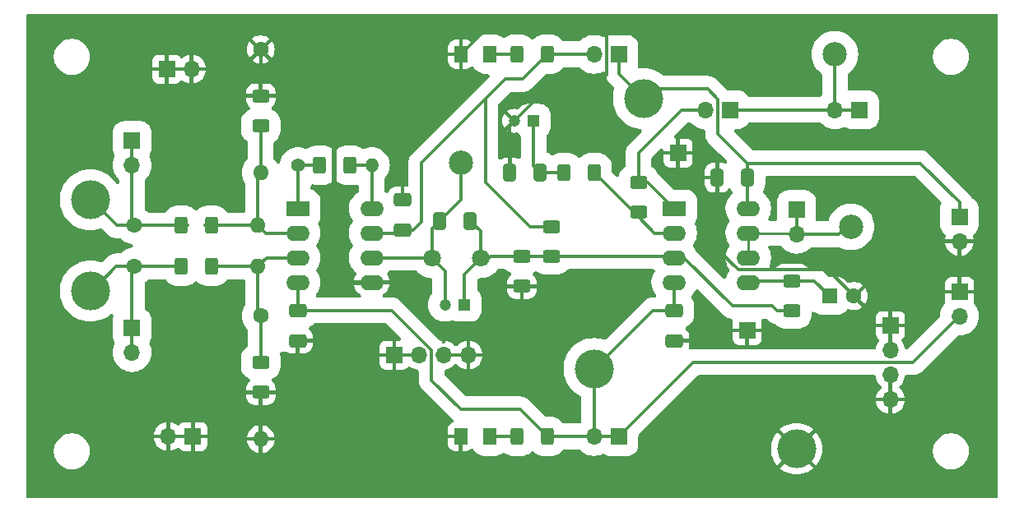
<source format=gbr>
%TF.GenerationSoftware,KiCad,Pcbnew,8.0.0-8.0.0-1~ubuntu22.04.1*%
%TF.CreationDate,2024-03-07T15:00:58-08:00*%
%TF.ProjectId,INAAmplifierRev2,494e4141-6d70-46c6-9966-696572526576,rev?*%
%TF.SameCoordinates,PX2bf7208PY9a4d770*%
%TF.FileFunction,Copper,L1,Top*%
%TF.FilePolarity,Positive*%
%FSLAX46Y46*%
G04 Gerber Fmt 4.6, Leading zero omitted, Abs format (unit mm)*
G04 Created by KiCad (PCBNEW 8.0.0-8.0.0-1~ubuntu22.04.1) date 2024-03-07 15:00:58*
%MOMM*%
%LPD*%
G01*
G04 APERTURE LIST*
G04 Aperture macros list*
%AMRoundRect*
0 Rectangle with rounded corners*
0 $1 Rounding radius*
0 $2 $3 $4 $5 $6 $7 $8 $9 X,Y pos of 4 corners*
0 Add a 4 corners polygon primitive as box body*
4,1,4,$2,$3,$4,$5,$6,$7,$8,$9,$2,$3,0*
0 Add four circle primitives for the rounded corners*
1,1,$1+$1,$2,$3*
1,1,$1+$1,$4,$5*
1,1,$1+$1,$6,$7*
1,1,$1+$1,$8,$9*
0 Add four rect primitives between the rounded corners*
20,1,$1+$1,$2,$3,$4,$5,0*
20,1,$1+$1,$4,$5,$6,$7,0*
20,1,$1+$1,$6,$7,$8,$9,0*
20,1,$1+$1,$8,$9,$2,$3,0*%
G04 Aperture macros list end*
%TA.AperFunction,ComponentPad*%
%ADD10R,1.700000X1.700000*%
%TD*%
%TA.AperFunction,ComponentPad*%
%ADD11O,1.700000X1.700000*%
%TD*%
%TA.AperFunction,ComponentPad*%
%ADD12R,2.400000X1.600000*%
%TD*%
%TA.AperFunction,ComponentPad*%
%ADD13O,2.400000X1.600000*%
%TD*%
%TA.AperFunction,SMDPad,CuDef*%
%ADD14RoundRect,0.250000X0.625000X-0.400000X0.625000X0.400000X-0.625000X0.400000X-0.625000X-0.400000X0*%
%TD*%
%TA.AperFunction,ComponentPad*%
%ADD15R,1.200000X1.200000*%
%TD*%
%TA.AperFunction,ComponentPad*%
%ADD16C,1.200000*%
%TD*%
%TA.AperFunction,SMDPad,CuDef*%
%ADD17RoundRect,0.250000X-0.625000X0.400000X-0.625000X-0.400000X0.625000X-0.400000X0.625000X0.400000X0*%
%TD*%
%TA.AperFunction,SMDPad,CuDef*%
%ADD18RoundRect,0.250000X0.400000X0.625000X-0.400000X0.625000X-0.400000X-0.625000X0.400000X-0.625000X0*%
%TD*%
%TA.AperFunction,SMDPad,CuDef*%
%ADD19C,4.000000*%
%TD*%
%TA.AperFunction,SMDPad,CuDef*%
%ADD20RoundRect,0.250000X-0.650000X0.412500X-0.650000X-0.412500X0.650000X-0.412500X0.650000X0.412500X0*%
%TD*%
%TA.AperFunction,ComponentPad*%
%ADD21C,1.600000*%
%TD*%
%TA.AperFunction,ComponentPad*%
%ADD22O,1.600000X1.600000*%
%TD*%
%TA.AperFunction,SMDPad,CuDef*%
%ADD23RoundRect,0.250000X-0.412500X-0.650000X0.412500X-0.650000X0.412500X0.650000X-0.412500X0.650000X0*%
%TD*%
%TA.AperFunction,ComponentPad*%
%ADD24C,1.400000*%
%TD*%
%TA.AperFunction,ComponentPad*%
%ADD25O,1.400000X1.400000*%
%TD*%
%TA.AperFunction,ComponentPad*%
%ADD26R,1.600000X1.600000*%
%TD*%
%TA.AperFunction,SMDPad,CuDef*%
%ADD27C,2.500000*%
%TD*%
%TA.AperFunction,SMDPad,CuDef*%
%ADD28RoundRect,0.250000X-0.400000X-0.625000X0.400000X-0.625000X0.400000X0.625000X-0.400000X0.625000X0*%
%TD*%
%TA.AperFunction,SMDPad,CuDef*%
%ADD29RoundRect,0.250000X0.650000X-0.412500X0.650000X0.412500X-0.650000X0.412500X-0.650000X-0.412500X0*%
%TD*%
%TA.AperFunction,SMDPad,CuDef*%
%ADD30RoundRect,0.250001X0.462499X0.624999X-0.462499X0.624999X-0.462499X-0.624999X0.462499X-0.624999X0*%
%TD*%
%TA.AperFunction,ComponentPad*%
%ADD31C,1.800000*%
%TD*%
%TA.AperFunction,SMDPad,CuDef*%
%ADD32RoundRect,0.250000X0.412500X0.650000X-0.412500X0.650000X-0.412500X-0.650000X0.412500X-0.650000X0*%
%TD*%
%TA.AperFunction,SMDPad,CuDef*%
%ADD33RoundRect,0.250001X-0.462499X-0.624999X0.462499X-0.624999X0.462499X0.624999X-0.462499X0.624999X0*%
%TD*%
%TA.AperFunction,Conductor*%
%ADD34C,0.355600*%
%TD*%
%TA.AperFunction,Conductor*%
%ADD35C,0.508000*%
%TD*%
%TA.AperFunction,Conductor*%
%ADD36C,0.250000*%
%TD*%
G04 APERTURE END LIST*
D10*
%TO.P,J15,1,Pin_1*%
%TO.N,GND*%
X96000000Y21275000D03*
D11*
%TO.P,J15,2,Pin_2*%
%TO.N,-9V*%
X96000000Y18735000D03*
%TD*%
D12*
%TO.P,U2,1*%
%TO.N,/ConditionedOutput*%
X66660000Y29835000D03*
D13*
%TO.P,U2,2,-*%
%TO.N,Net-(U2A--)*%
X66660000Y27295000D03*
%TO.P,U2,3,+*%
%TO.N,Net-(U2A-+)*%
X66660000Y24755000D03*
%TO.P,U2,4,V-*%
%TO.N,-9V*%
X66660000Y22215000D03*
%TO.P,U2,5,+*%
%TO.N,Net-(U2B-+)*%
X74280000Y22215000D03*
%TO.P,U2,6,-*%
%TO.N,/DC_Bias_Buffer*%
X74280000Y24755000D03*
%TO.P,U2,7*%
X74280000Y27295000D03*
%TO.P,U2,8,V+*%
%TO.N,+9V*%
X74280000Y29835000D03*
%TD*%
D14*
%TO.P,R8,1*%
%TO.N,GND*%
X24130000Y10896000D03*
%TO.P,R8,2*%
%TO.N,/PosInputProtected*%
X24130000Y13996000D03*
%TD*%
D15*
%TO.P,C5,1*%
%TO.N,Net-(U2A-+)*%
X45081323Y19925060D03*
D16*
%TO.P,C5,2*%
%TO.N,Net-(C14-Pad1)*%
X43081323Y19925060D03*
%TD*%
D17*
%TO.P,R15,1*%
%TO.N,/ConditionedOutput*%
X62992000Y32538000D03*
%TO.P,R15,2*%
%TO.N,Net-(U2A--)*%
X62992000Y29438000D03*
%TD*%
D18*
%TO.P,R16,1*%
%TO.N,+9V*%
X53620000Y45720000D03*
%TO.P,R16,2*%
%TO.N,Net-(LED1-A)*%
X50520000Y45720000D03*
%TD*%
D19*
%TO.P,TPGND1,1,1*%
%TO.N,GND*%
X79248000Y5080000D03*
%TD*%
D20*
%TO.P,C11,1*%
%TO.N,-9V*%
X66675000Y19342500D03*
%TO.P,C11,2*%
%TO.N,GND*%
X66675000Y16217500D03*
%TD*%
D10*
%TO.P,J6,1,Pin_1*%
%TO.N,/ConditionedOutput*%
X85730000Y40005000D03*
D11*
%TO.P,J6,2,Pin_2*%
X83190000Y40005000D03*
%TD*%
D10*
%TO.P,J14,1,Pin_1*%
%TO.N,GND*%
X88900000Y17770000D03*
D11*
%TO.P,J14,2,Pin_2*%
X88900000Y15230000D03*
%TO.P,J14,3,Pin_3*%
X88900000Y12690000D03*
%TO.P,J14,4,Pin_4*%
X88900000Y10150000D03*
%TD*%
D21*
%TO.P,R2,1*%
%TO.N,/PosInput*%
X11152500Y23876000D03*
D22*
%TO.P,R2,2*%
%TO.N,/PosInputProtected*%
X23852500Y23876000D03*
%TD*%
D19*
%TO.P,TPE-1,1,1*%
%TO.N,/NegInput*%
X6604000Y30734000D03*
%TD*%
D14*
%TO.P,R13,1*%
%TO.N,GND*%
X51000000Y21818000D03*
%TO.P,R13,2*%
%TO.N,Net-(U2A-+)*%
X51000000Y24918000D03*
%TD*%
D18*
%TO.P,R14,1*%
%TO.N,Net-(U2A--)*%
X58446000Y33528000D03*
%TO.P,R14,2*%
%TO.N,Net-(C7-Pad1)*%
X55346000Y33528000D03*
%TD*%
D23*
%TO.P,C8,1*%
%TO.N,GND*%
X49745500Y33528000D03*
%TO.P,C8,2*%
%TO.N,Net-(C7-Pad1)*%
X52870500Y33528000D03*
%TD*%
D24*
%TO.P,R10,1*%
%TO.N,/Gain2*%
X27940000Y34290000D03*
D25*
%TO.P,R10,2*%
%TO.N,/Gain1*%
X35560000Y34290000D03*
%TD*%
D10*
%TO.P,J8,1,Pin_1*%
%TO.N,-9V*%
X60965000Y6350000D03*
D11*
%TO.P,J8,2,Pin_2*%
X58425000Y6350000D03*
%TD*%
D26*
%TO.P,C13,1*%
%TO.N,Net-(U2B-+)*%
X82637621Y20828000D03*
D21*
%TO.P,C13,2*%
%TO.N,GND*%
X85137621Y20828000D03*
%TD*%
D12*
%TO.P,U1,1,Rg*%
%TO.N,/Gain2*%
X27925000Y29835000D03*
D13*
%TO.P,U1,2,-*%
%TO.N,/NegInputProtected*%
X27925000Y27295000D03*
%TO.P,U1,3,+*%
%TO.N,/PosInputProtected*%
X27925000Y24755000D03*
%TO.P,U1,4,V-*%
%TO.N,-9V*%
X27925000Y22215000D03*
%TO.P,U1,5,Ref*%
%TO.N,GND*%
X35545000Y22215000D03*
%TO.P,U1,6*%
%TO.N,Net-(C14-Pad1)*%
X35545000Y24755000D03*
%TO.P,U1,7,V+*%
%TO.N,+9V*%
X35545000Y27295000D03*
%TO.P,U1,8,Rg*%
%TO.N,/Gain1*%
X35545000Y29835000D03*
%TD*%
D21*
%TO.P,R5,1*%
%TO.N,/PosInputProtected*%
X24130000Y18796000D03*
D22*
%TO.P,R5,2*%
%TO.N,GND*%
X24130000Y6096000D03*
%TD*%
D10*
%TO.P,J4,1,Pin_1*%
%TO.N,/DC_Bias_Buffer*%
X79248000Y29723000D03*
D11*
%TO.P,J4,2,Pin_2*%
X79248000Y27183000D03*
%TD*%
D27*
%TO.P,TPRawOut1,1,1*%
%TO.N,Net-(C14-Pad1)*%
X44704000Y34544000D03*
%TD*%
D17*
%TO.P,R11,1*%
%TO.N,+9V*%
X54000000Y27966000D03*
%TO.P,R11,2*%
%TO.N,Net-(U2A-+)*%
X54000000Y24866000D03*
%TD*%
D20*
%TO.P,C4,1*%
%TO.N,-9V*%
X27940000Y19342500D03*
%TO.P,C4,2*%
%TO.N,GND*%
X27940000Y16217500D03*
%TD*%
D21*
%TO.P,R6,1*%
%TO.N,GND*%
X24130000Y46228000D03*
D22*
%TO.P,R6,2*%
%TO.N,/NegInputProtected*%
X24130000Y33528000D03*
%TD*%
D10*
%TO.P,J5,1,Pin_1*%
%TO.N,/ConditionedOutput*%
X72390000Y40005000D03*
D11*
%TO.P,J5,2,Pin_2*%
X69850000Y40005000D03*
%TD*%
D28*
%TO.P,R1,1*%
%TO.N,/PosInput*%
X15952500Y23876000D03*
%TO.P,R1,2*%
%TO.N,/PosInputProtected*%
X19052500Y23876000D03*
%TD*%
D29*
%TO.P,C3,1*%
%TO.N,+9V*%
X38735000Y27647500D03*
%TO.P,C3,2*%
%TO.N,GND*%
X38735000Y30772500D03*
%TD*%
D10*
%TO.P,J12,1,Pin_1*%
%TO.N,GND*%
X37856000Y14732000D03*
D11*
%TO.P,J12,2,Pin_2*%
X40396000Y14732000D03*
%TO.P,J12,3,Pin_3*%
X42936000Y14732000D03*
%TO.P,J12,4,Pin_4*%
X45476000Y14732000D03*
%TD*%
D27*
%TO.P,TP_DCBIAS1,1,1*%
%TO.N,/DC_Bias_Buffer*%
X84836000Y27940000D03*
%TD*%
D30*
%TO.P,LED2,1,K*%
%TO.N,Net-(LED2-K)*%
X47670500Y6350000D03*
%TO.P,LED2,2,A*%
%TO.N,GND*%
X44695500Y6350000D03*
%TD*%
D21*
%TO.P,R3,1*%
%TO.N,/NegInput*%
X11142867Y28097038D03*
D22*
%TO.P,R3,2*%
%TO.N,/NegInputProtected*%
X23842867Y28097038D03*
%TD*%
D31*
%TO.P,C14,1*%
%TO.N,Net-(C14-Pad1)*%
X41761057Y24704546D03*
%TO.P,C14,2*%
%TO.N,Net-(U2A-+)*%
X46761057Y24704546D03*
%TD*%
D27*
%TO.P,TPConditionedOut1,1,1*%
%TO.N,/ConditionedOutput*%
X83185000Y45720000D03*
%TD*%
D28*
%TO.P,R7,1*%
%TO.N,/Gain2*%
X30200000Y34290000D03*
%TO.P,R7,2*%
%TO.N,/Gain1*%
X33300000Y34290000D03*
%TD*%
D19*
%TO.P,TP+9V1,1,1*%
%TO.N,+9V*%
X63500000Y41148000D03*
%TD*%
D15*
%TO.P,C7,1*%
%TO.N,Net-(C7-Pad1)*%
X52197000Y38862000D03*
D16*
%TO.P,C7,2*%
%TO.N,GND*%
X50197000Y38862000D03*
%TD*%
D10*
%TO.P,J7,1,Pin_1*%
%TO.N,+9V*%
X60960000Y45720000D03*
D11*
%TO.P,J7,2,Pin_2*%
X58420000Y45720000D03*
%TD*%
D10*
%TO.P,J1,1,Pin_1*%
%TO.N,/PosInput*%
X10898500Y17531000D03*
D11*
%TO.P,J1,2,Pin_2*%
X10898500Y14991000D03*
%TD*%
D10*
%TO.P,J3,1,Pin_1*%
%TO.N,GND*%
X17150000Y6350000D03*
D11*
%TO.P,J3,2,Pin_2*%
X14610000Y6350000D03*
%TD*%
D19*
%TO.P,TP-9V1,1,1*%
%TO.N,-9V*%
X58420000Y13335000D03*
%TD*%
D17*
%TO.P,R12,1*%
%TO.N,Net-(U2B-+)*%
X78740000Y22378000D03*
%TO.P,R12,2*%
%TO.N,Net-(U2A-+)*%
X78740000Y19278000D03*
%TD*%
D10*
%TO.P,J11,1,Pin_1*%
%TO.N,GND*%
X74168000Y17272000D03*
%TD*%
%TO.P,J10,1,Pin_1*%
%TO.N,GND*%
X67056000Y35560000D03*
%TD*%
%TO.P,J2,1,Pin_1*%
%TO.N,/NegInput*%
X10898500Y36835000D03*
D11*
%TO.P,J2,2,Pin_2*%
X10898500Y34295000D03*
%TD*%
D28*
%TO.P,R4,1*%
%TO.N,/NegInput*%
X15942867Y28097038D03*
%TO.P,R4,2*%
%TO.N,/NegInputProtected*%
X19042867Y28097038D03*
%TD*%
D32*
%TO.P,C10,1*%
%TO.N,+9V*%
X74206500Y33020000D03*
%TO.P,C10,2*%
%TO.N,GND*%
X71081500Y33020000D03*
%TD*%
D10*
%TO.P,J13,1,Pin_1*%
%TO.N,+9V*%
X96000000Y29000000D03*
D11*
%TO.P,J13,2,Pin_2*%
%TO.N,GND*%
X96000000Y26460000D03*
%TD*%
D33*
%TO.P,LED1,1,K*%
%TO.N,GND*%
X44740500Y45720000D03*
%TO.P,LED1,2,A*%
%TO.N,Net-(LED1-A)*%
X47715500Y45720000D03*
%TD*%
D23*
%TO.P,C6,1*%
%TO.N,Net-(C14-Pad1)*%
X42549900Y28575000D03*
%TO.P,C6,2*%
%TO.N,Net-(U2A-+)*%
X45674900Y28575000D03*
%TD*%
D18*
%TO.P,R17,1*%
%TO.N,-9V*%
X53620000Y6350000D03*
%TO.P,R17,2*%
%TO.N,Net-(LED2-K)*%
X50520000Y6350000D03*
%TD*%
D19*
%TO.P,TPE+1,1,1*%
%TO.N,/PosInput*%
X6604000Y21336000D03*
%TD*%
D17*
%TO.P,R9,1*%
%TO.N,GND*%
X24130000Y41428000D03*
%TO.P,R9,2*%
%TO.N,/NegInputProtected*%
X24130000Y38328000D03*
%TD*%
D10*
%TO.P,J9,1,Pin_1*%
%TO.N,GND*%
X14473000Y44196000D03*
D11*
%TO.P,J9,2,Pin_2*%
X17013000Y44196000D03*
%TD*%
D34*
%TO.N,GND*%
X49745500Y38410500D02*
X50197000Y38862000D01*
X49745500Y33528000D02*
X49745500Y38410500D01*
X49500000Y33773500D02*
X49745500Y33528000D01*
%TO.N,+9V*%
X47244000Y32538000D02*
X51816000Y27966000D01*
X74206500Y33020000D02*
X74206500Y29908500D01*
X64516000Y42164000D02*
X63500000Y41148000D01*
X96000000Y30500000D02*
X91994500Y34505500D01*
X63500000Y41148000D02*
X60960000Y43688000D01*
X35545000Y27295000D02*
X38382500Y27295000D01*
X40640000Y28448000D02*
X40640000Y34544000D01*
X40640000Y34544000D02*
X47244000Y41148000D01*
X71162200Y37549800D02*
X71162200Y41105800D01*
X53620000Y45720000D02*
X58420000Y45720000D01*
X70104000Y42164000D02*
X64516000Y42164000D01*
X51080000Y43180000D02*
X53620000Y45720000D01*
X51816000Y27966000D02*
X54000000Y27966000D01*
X71162200Y41105800D02*
X70104000Y42164000D01*
X60960000Y43688000D02*
X60960000Y45720000D01*
X91994500Y34505500D02*
X74206500Y34505500D01*
X74206500Y34505500D02*
X74206500Y33020000D01*
X49276000Y43180000D02*
X51080000Y43180000D01*
X96000000Y29000000D02*
X96000000Y30500000D01*
X39839500Y27647500D02*
X40640000Y28448000D01*
X74206500Y29908500D02*
X74280000Y29835000D01*
X38735000Y27647500D02*
X39839500Y27647500D01*
X47244000Y32538000D02*
X47244000Y41148000D01*
X47244000Y41148000D02*
X49276000Y43180000D01*
X38382500Y27295000D02*
X38735000Y27647500D01*
X71162200Y37549800D02*
X74206500Y34505500D01*
%TO.N,GND*%
X82465621Y23500000D02*
X73234670Y23500000D01*
X47788500Y48768000D02*
X44740500Y45720000D01*
D35*
X31689508Y23682492D02*
X31689508Y37277508D01*
D34*
X59732200Y43604200D02*
X59732200Y48267800D01*
X59232000Y48768000D02*
X47788500Y48768000D01*
X71081500Y25653170D02*
X71081500Y33020000D01*
X59308000Y43180000D02*
X59732200Y43604200D01*
X24130000Y41428000D02*
X24130000Y46228000D01*
X54515000Y43180000D02*
X59308000Y43180000D01*
D35*
X35545000Y22215000D02*
X33157000Y22215000D01*
D34*
X73234670Y23500000D02*
X71081500Y25653170D01*
X24130000Y10896000D02*
X24130000Y6096000D01*
X50197000Y38862000D02*
X54515000Y43180000D01*
X85137621Y20828000D02*
X82465621Y23500000D01*
D35*
X32004000Y23368000D02*
X31689508Y23682492D01*
D34*
X59732200Y48267800D02*
X59232000Y48768000D01*
D35*
X33157000Y22215000D02*
X32004000Y23368000D01*
D34*
%TO.N,-9V*%
X58420000Y13335000D02*
X58420000Y12700000D01*
X50826000Y9144000D02*
X53620000Y6350000D01*
X37606272Y19342500D02*
X41708200Y15240572D01*
X41708200Y15240572D02*
X41708200Y12139800D01*
X58425000Y12695000D02*
X58425000Y6350000D01*
X68616628Y14001628D02*
X60965000Y6350000D01*
X58420000Y12700000D02*
X58425000Y12695000D01*
X27940000Y19342500D02*
X27940000Y22200000D01*
X96029000Y18813000D02*
X91217628Y14001628D01*
X66675000Y19342500D02*
X66675000Y22200000D01*
X41708200Y12139800D02*
X44704000Y9144000D01*
X58420000Y13335000D02*
X64427500Y19342500D01*
X27940000Y22200000D02*
X27925000Y22215000D01*
X91217628Y14001628D02*
X68616628Y14001628D01*
X53620000Y6350000D02*
X58425000Y6350000D01*
X27940000Y19342500D02*
X37606272Y19342500D01*
X64427500Y19342500D02*
X66675000Y19342500D01*
X66675000Y22200000D02*
X66660000Y22215000D01*
X53620000Y6350000D02*
X60965000Y6350000D01*
X44704000Y9144000D02*
X50826000Y9144000D01*
%TO.N,/ConditionedOutput*%
X62992000Y35560000D02*
X67437000Y40005000D01*
X67437000Y40005000D02*
X69850000Y40005000D01*
X62992000Y32538000D02*
X63957000Y32538000D01*
X83185000Y40010000D02*
X83190000Y40005000D01*
X83190000Y40005000D02*
X85730000Y40005000D01*
X72390000Y40005000D02*
X83190000Y40005000D01*
X62992000Y32538000D02*
X62992000Y35560000D01*
X63957000Y32538000D02*
X66660000Y29835000D01*
X83185000Y45720000D02*
X83185000Y40010000D01*
%TO.N,/NegInput*%
X10898500Y36835000D02*
X10898500Y34295000D01*
X10898500Y28194000D02*
X11152500Y27940000D01*
X16580367Y28097038D02*
X11142867Y28097038D01*
X10898500Y34295000D02*
X10898500Y28194000D01*
X9367962Y28097038D02*
X11142867Y28097038D01*
X6731000Y30734000D02*
X9367962Y28097038D01*
%TO.N,/PosInput*%
X10898500Y17531000D02*
X10898500Y23622000D01*
X9271000Y23876000D02*
X11152500Y23876000D01*
X6350000Y20955000D02*
X9271000Y23876000D01*
X10898500Y14991000D02*
X10898500Y17531000D01*
X10898500Y23622000D02*
X11152500Y23876000D01*
X11152500Y23876000D02*
X15952500Y23876000D01*
%TO.N,/Gain2*%
X27940000Y34290000D02*
X27940000Y29850000D01*
X30200000Y34290000D02*
X27940000Y34290000D01*
X27940000Y29850000D02*
X27925000Y29835000D01*
%TO.N,/Gain1*%
X35560000Y29850000D02*
X35545000Y29835000D01*
X35560000Y34290000D02*
X33300000Y34290000D01*
X35560000Y34290000D02*
X35560000Y29850000D01*
%TO.N,/PosInputProtected*%
X27925000Y24755000D02*
X24731500Y24755000D01*
X19052500Y23876000D02*
X23852500Y23876000D01*
X24731500Y24755000D02*
X23852500Y23876000D01*
X23852500Y19073500D02*
X24130000Y18796000D01*
X23852500Y23876000D02*
X23852500Y19073500D01*
X24130000Y13996000D02*
X24130000Y18796000D01*
%TO.N,/NegInputProtected*%
X27925000Y27295000D02*
X24644905Y27295000D01*
X23842867Y28097038D02*
X23842867Y33240867D01*
X23842867Y33240867D02*
X24130000Y33528000D01*
X24130000Y33528000D02*
X24130000Y38328000D01*
X18405367Y28097038D02*
X23842867Y28097038D01*
X24644905Y27295000D02*
X23842867Y28097038D01*
%TO.N,Net-(U2A-+)*%
X78740000Y19278000D02*
X77242000Y19278000D01*
X67701000Y24755000D02*
X66660000Y24755000D01*
X46761057Y24704546D02*
X46761057Y27488843D01*
X77242000Y19278000D02*
X76708000Y19812000D01*
X72644000Y19812000D02*
X67701000Y24755000D01*
X47599001Y24765001D02*
X47752000Y24918000D01*
X45081323Y23024812D02*
X46761057Y24704546D01*
X46761057Y27488843D02*
X45674900Y28575000D01*
X45081323Y19925060D02*
X45081323Y23024812D01*
X66497000Y24918000D02*
X66660000Y24755000D01*
X47752000Y24918000D02*
X66497000Y24918000D01*
X76708000Y19812000D02*
X72644000Y19812000D01*
%TO.N,Net-(C7-Pad1)*%
X52197000Y34201500D02*
X52870500Y33528000D01*
X52197000Y38862000D02*
X52197000Y34201500D01*
X55346000Y33528000D02*
X52870500Y33528000D01*
D36*
%TO.N,/DC_Bias_Buffer*%
X74280000Y27295000D02*
X79136000Y27295000D01*
D34*
X84836000Y27940000D02*
X84328000Y27940000D01*
D36*
X79136000Y27295000D02*
X79248000Y27183000D01*
X74280000Y27295000D02*
X74280000Y24755000D01*
D34*
X79248000Y29723000D02*
X79248000Y27183000D01*
X84328000Y27940000D02*
X83571000Y27183000D01*
X83571000Y27183000D02*
X79248000Y27183000D01*
%TO.N,Net-(U2A--)*%
X62510000Y29438000D02*
X58446000Y33502000D01*
X62992000Y29438000D02*
X62510000Y29438000D01*
X66660000Y27295000D02*
X64653000Y27295000D01*
X58599000Y33375000D02*
X58446000Y33528000D01*
X58446000Y33502000D02*
X58446000Y33528000D01*
X62992000Y28956000D02*
X62992000Y29438000D01*
X64653000Y27295000D02*
X62992000Y28956000D01*
%TO.N,Net-(C14-Pad1)*%
X43081323Y19925060D02*
X43081323Y23384280D01*
X44704000Y30729100D02*
X42549900Y28575000D01*
X35545000Y24755000D02*
X41710603Y24755000D01*
X43081323Y23384280D02*
X41761057Y24704546D01*
X41710603Y24755000D02*
X41761057Y24704546D01*
X44704000Y34544000D02*
X44704000Y30729100D01*
X41761057Y24704546D02*
X41761057Y27786157D01*
X41761057Y27786157D02*
X42549900Y28575000D01*
%TO.N,Net-(LED1-A)*%
X50520000Y45720000D02*
X47842500Y45720000D01*
%TO.N,Net-(LED2-K)*%
X47842500Y6350000D02*
X50520000Y6350000D01*
%TO.N,Net-(U2B-+)*%
X74443000Y22378000D02*
X74280000Y22215000D01*
X78740000Y22378000D02*
X81087621Y22378000D01*
X78740000Y22378000D02*
X74443000Y22378000D01*
X81087621Y22378000D02*
X82637621Y20828000D01*
%TD*%
%TA.AperFunction,Conductor*%
%TO.N,GND*%
G36*
X49323202Y23577934D02*
G01*
X49379717Y23534114D01*
X49380386Y23534782D01*
X49385671Y23529498D01*
X49385856Y23529354D01*
X49386079Y23529090D01*
X49386084Y23529084D01*
X49567434Y23376183D01*
X49567436Y23376182D01*
X49567437Y23376181D01*
X49586436Y23365032D01*
X49772018Y23256128D01*
X49772020Y23256127D01*
X49789430Y23249557D01*
X49859731Y23202970D01*
X49902856Y23130495D01*
X49910264Y23046485D01*
X49880488Y22967581D01*
X49841782Y22924993D01*
X49745769Y22847243D01*
X49745759Y22847233D01*
X49628688Y22702663D01*
X49544228Y22536899D01*
X49496081Y22357212D01*
X49490000Y22279941D01*
X49490000Y22008501D01*
X49490001Y22008500D01*
X52509999Y22008500D01*
X52510000Y22008501D01*
X52510000Y22279941D01*
X52503918Y22357212D01*
X52455771Y22536899D01*
X52371311Y22702663D01*
X52254240Y22847233D01*
X52254236Y22847237D01*
X52158217Y22924992D01*
X52106130Y22991320D01*
X52087979Y23073679D01*
X52107360Y23155757D01*
X52160435Y23221298D01*
X52210567Y23249557D01*
X52227979Y23256127D01*
X52233235Y23259211D01*
X52297745Y23297067D01*
X52360613Y23333960D01*
X52441022Y23359387D01*
X52524503Y23347408D01*
X52560449Y23328177D01*
X52560495Y23328255D01*
X52562478Y23327092D01*
X52565944Y23325237D01*
X52567432Y23324185D01*
X52567437Y23324181D01*
X52673974Y23261663D01*
X52772018Y23204128D01*
X52772021Y23204127D01*
X52993952Y23120373D01*
X53226845Y23075332D01*
X53261697Y23073481D01*
X53280136Y23072501D01*
X53280148Y23072501D01*
X53280158Y23072500D01*
X53280161Y23072500D01*
X54719839Y23072500D01*
X54719842Y23072500D01*
X54719852Y23072501D01*
X54719863Y23072501D01*
X54732493Y23073173D01*
X54773155Y23075332D01*
X55006048Y23120373D01*
X55227979Y23204127D01*
X55233886Y23207593D01*
X55316592Y23256127D01*
X55432563Y23324181D01*
X55613916Y23477084D01*
X55657983Y23529352D01*
X55725328Y23580113D01*
X55802860Y23596700D01*
X64486251Y23596700D01*
X64568472Y23577934D01*
X64634408Y23525351D01*
X64671000Y23449368D01*
X64671000Y23365032D01*
X64643815Y23301921D01*
X64640573Y23297071D01*
X64513193Y23076444D01*
X64513186Y23076428D01*
X64415695Y22841065D01*
X64415692Y22841056D01*
X64349755Y22594976D01*
X64349753Y22594965D01*
X64316500Y22342388D01*
X64316500Y22087613D01*
X64332187Y21968464D01*
X64346795Y21857500D01*
X64349753Y21835036D01*
X64349755Y21835025D01*
X64415692Y21588945D01*
X64415695Y21588936D01*
X64513186Y21353573D01*
X64513193Y21353557D01*
X64640569Y21132937D01*
X64640571Y21132934D01*
X64640572Y21132933D01*
X64766623Y20968658D01*
X64801787Y20892005D01*
X64800210Y20807684D01*
X64762203Y20732398D01*
X64695295Y20681059D01*
X64616282Y20663800D01*
X64323510Y20663800D01*
X64255039Y20652955D01*
X64118095Y20631265D01*
X64031519Y20603135D01*
X63920298Y20566998D01*
X63734989Y20472579D01*
X63734987Y20472577D01*
X63566736Y20350337D01*
X63566730Y20350332D01*
X59588054Y16371657D01*
X59516645Y16326788D01*
X59432840Y16317346D01*
X59401596Y16323560D01*
X59120597Y16404515D01*
X59120599Y16404515D01*
X58772509Y16463657D01*
X58420000Y16483453D01*
X58067491Y16463657D01*
X58067489Y16463657D01*
X57719401Y16404515D01*
X57380127Y16306771D01*
X57053945Y16171663D01*
X56744918Y16000869D01*
X56744915Y16000867D01*
X56456971Y15796560D01*
X56193712Y15561296D01*
X56193704Y15561288D01*
X55958440Y15298029D01*
X55754133Y15010085D01*
X55754131Y15010082D01*
X55583337Y14701055D01*
X55448229Y14374873D01*
X55350485Y14035599D01*
X55291343Y13687511D01*
X55291343Y13687509D01*
X55271547Y13335000D01*
X55291343Y12982492D01*
X55291343Y12982490D01*
X55350485Y12634402D01*
X55448229Y12295128D01*
X55583337Y11968946D01*
X55754131Y11659919D01*
X55754133Y11659916D01*
X55913569Y11435212D01*
X55958440Y11371972D01*
X56193708Y11108708D01*
X56456972Y10873440D01*
X56744922Y10669129D01*
X57005866Y10524910D01*
X57068749Y10468714D01*
X57101023Y10390798D01*
X57103700Y10359056D01*
X57103700Y7926428D01*
X57084934Y7844207D01*
X57048197Y7792431D01*
X56982569Y7726803D01*
X56911160Y7681934D01*
X56848572Y7671300D01*
X55335627Y7671300D01*
X55253406Y7690066D01*
X55187470Y7742649D01*
X55172190Y7764892D01*
X55161825Y7782554D01*
X55161821Y7782560D01*
X55161819Y7782563D01*
X55008916Y7963916D01*
X54919865Y8038997D01*
X54827565Y8116818D01*
X54622981Y8236873D01*
X54622978Y8236874D01*
X54401052Y8320626D01*
X54401049Y8320627D01*
X54401048Y8320627D01*
X54168155Y8365668D01*
X54168148Y8365669D01*
X54114863Y8368500D01*
X54114842Y8368500D01*
X53548595Y8368500D01*
X53466374Y8387266D01*
X53414598Y8424003D01*
X51686769Y10151832D01*
X51686763Y10151837D01*
X51518512Y10274077D01*
X51518510Y10274079D01*
X51333201Y10368498D01*
X51264567Y10390798D01*
X51135405Y10432765D01*
X50981343Y10457167D01*
X50929990Y10465300D01*
X50929989Y10465300D01*
X45329795Y10465300D01*
X45247574Y10484066D01*
X45195798Y10520803D01*
X43085003Y12631598D01*
X43040134Y12703007D01*
X43029500Y12765595D01*
X43029500Y13081571D01*
X43048266Y13163792D01*
X43100849Y13229728D01*
X43176832Y13266320D01*
X43187809Y13268486D01*
X43301789Y13287507D01*
X43301800Y13287509D01*
X43534562Y13367417D01*
X43534565Y13367418D01*
X43750999Y13484546D01*
X43945203Y13635702D01*
X43945215Y13635712D01*
X44066581Y13767549D01*
X44136075Y13815331D01*
X44219418Y13828228D01*
X44300104Y13803687D01*
X44345419Y13767549D01*
X44466784Y13635712D01*
X44466796Y13635702D01*
X44661000Y13484546D01*
X44877434Y13367418D01*
X44877437Y13367417D01*
X45110203Y13287508D01*
X45110205Y13287507D01*
X45285500Y13258257D01*
X45285500Y14265407D01*
X45410174Y14232000D01*
X45541826Y14232000D01*
X45666500Y14265407D01*
X45666500Y13258257D01*
X45841794Y13287507D01*
X45841796Y13287508D01*
X46074562Y13367417D01*
X46074565Y13367418D01*
X46290999Y13484546D01*
X46485203Y13635702D01*
X46485209Y13635707D01*
X46651890Y13816769D01*
X46786493Y14022795D01*
X46786495Y14022799D01*
X46885350Y14248166D01*
X46885353Y14248176D01*
X46945764Y14486734D01*
X46950303Y14541500D01*
X45942593Y14541500D01*
X45976000Y14666174D01*
X45976000Y14797826D01*
X45942593Y14922500D01*
X46950303Y14922500D01*
X46945764Y14977267D01*
X46885353Y15215825D01*
X46885350Y15215835D01*
X46786495Y15441202D01*
X46786493Y15441206D01*
X46651890Y15647232D01*
X46485209Y15828294D01*
X46485203Y15828299D01*
X46290999Y15979455D01*
X46074565Y16096583D01*
X46074566Y16096583D01*
X45841801Y16176491D01*
X45841788Y16176495D01*
X45666500Y16205746D01*
X45666500Y15198594D01*
X45541826Y15232000D01*
X45410174Y15232000D01*
X45285500Y15198594D01*
X45285500Y16205746D01*
X45285499Y16205746D01*
X45110211Y16176495D01*
X45110198Y16176491D01*
X44877434Y16096583D01*
X44661000Y15979455D01*
X44466796Y15828299D01*
X44466790Y15828294D01*
X44345419Y15696451D01*
X44275925Y15648670D01*
X44192581Y15635773D01*
X44111896Y15660314D01*
X44066581Y15696451D01*
X43945209Y15828294D01*
X43945203Y15828299D01*
X43750999Y15979455D01*
X43534565Y16096583D01*
X43534566Y16096583D01*
X43301801Y16176491D01*
X43301788Y16176495D01*
X43126500Y16205746D01*
X43126500Y16119601D01*
X43107734Y16037380D01*
X43055151Y15971444D01*
X42979168Y15934852D01*
X42894832Y15934852D01*
X42818849Y15971444D01*
X42783687Y16008222D01*
X42781687Y16010975D01*
X42748544Y16088525D01*
X42745500Y16122354D01*
X42745500Y16205746D01*
X42745499Y16205746D01*
X42726986Y16202656D01*
X42642798Y16207633D01*
X42569106Y16248645D01*
X42561798Y16255574D01*
X40588640Y18228732D01*
X38467041Y20350332D01*
X38467035Y20350337D01*
X38298784Y20472577D01*
X38298782Y20472579D01*
X38113473Y20566998D01*
X38051207Y20587229D01*
X37915677Y20631265D01*
X37761615Y20655667D01*
X37710262Y20663800D01*
X37710261Y20663800D01*
X36834545Y20663800D01*
X36752324Y20682566D01*
X36686388Y20735149D01*
X36649796Y20811132D01*
X36649796Y20895468D01*
X36686388Y20971451D01*
X36723159Y21006608D01*
X36879836Y21120442D01*
X37039558Y21280164D01*
X37172320Y21462894D01*
X37172323Y21462898D01*
X37274863Y21664147D01*
X37274866Y21664155D01*
X37344664Y21878967D01*
X37367715Y22024500D01*
X36011593Y22024500D01*
X36045000Y22149174D01*
X36045000Y22280826D01*
X36011593Y22405500D01*
X37367714Y22405500D01*
X37344664Y22551034D01*
X37274866Y22765846D01*
X37274863Y22765854D01*
X37172323Y22967103D01*
X37172320Y22967107D01*
X37150249Y22997485D01*
X37117102Y23075034D01*
X37120886Y23159284D01*
X37160849Y23233550D01*
X37188197Y23259211D01*
X37229188Y23290664D01*
X37316721Y23378197D01*
X37388130Y23423066D01*
X37450718Y23433700D01*
X40069520Y23433700D01*
X40151741Y23414934D01*
X40208012Y23373544D01*
X40274904Y23301921D01*
X40362994Y23207599D01*
X40363009Y23207585D01*
X40579852Y23031170D01*
X40579855Y23031168D01*
X40754452Y22924993D01*
X40818717Y22885913D01*
X41075131Y22774537D01*
X41344323Y22699113D01*
X41596329Y22664476D01*
X41675227Y22634688D01*
X41733389Y22573618D01*
X41759293Y22493359D01*
X41760023Y22476741D01*
X41760023Y21130870D01*
X41741257Y21048649D01*
X41718681Y21012720D01*
X41636735Y20909963D01*
X41636735Y20909962D01*
X41506078Y20683657D01*
X41410609Y20440406D01*
X41352462Y20185649D01*
X41352461Y20185643D01*
X41332934Y19925063D01*
X41332934Y19925058D01*
X41352461Y19664478D01*
X41352462Y19664472D01*
X41410609Y19409715D01*
X41454427Y19298068D01*
X41506075Y19166471D01*
X41506080Y19166460D01*
X41636731Y18940163D01*
X41636736Y18940156D01*
X41791610Y18745951D01*
X41799663Y18735853D01*
X41991220Y18558114D01*
X42207129Y18410911D01*
X42292695Y18369705D01*
X42442553Y18297536D01*
X42442559Y18297534D01*
X42442565Y18297531D01*
X42692270Y18220507D01*
X42692275Y18220507D01*
X42692280Y18220505D01*
X42950658Y18181561D01*
X42950661Y18181561D01*
X42950666Y18181560D01*
X42950670Y18181560D01*
X43211976Y18181560D01*
X43211980Y18181560D01*
X43211987Y18181561D01*
X43470365Y18220505D01*
X43470368Y18220506D01*
X43470376Y18220507D01*
X43720081Y18297531D01*
X43764412Y18318880D01*
X43846630Y18337645D01*
X43923172Y18321500D01*
X44116372Y18236193D01*
X44322664Y18187674D01*
X44410745Y18181560D01*
X44410758Y18181560D01*
X45751888Y18181560D01*
X45751901Y18181560D01*
X45839982Y18187674D01*
X46046274Y18236193D01*
X46240139Y18321793D01*
X46414974Y18441558D01*
X46564825Y18591409D01*
X46684590Y18766244D01*
X46770190Y18960109D01*
X46818709Y19166401D01*
X46824823Y19254482D01*
X46824823Y20595638D01*
X46818709Y20683719D01*
X46770190Y20890011D01*
X46684590Y21083876D01*
X46564825Y21258711D01*
X46467476Y21356060D01*
X49490000Y21356060D01*
X49496081Y21278789D01*
X49544228Y21099102D01*
X49628688Y20933338D01*
X49745759Y20788768D01*
X49745767Y20788760D01*
X49890337Y20671689D01*
X50056101Y20587229D01*
X50235790Y20539082D01*
X50235787Y20539082D01*
X50313059Y20533000D01*
X50809499Y20533000D01*
X50809500Y20533001D01*
X51190500Y20533001D01*
X51190501Y20533000D01*
X51686941Y20533000D01*
X51764211Y20539082D01*
X51943898Y20587229D01*
X52109662Y20671689D01*
X52254232Y20788760D01*
X52254240Y20788768D01*
X52371311Y20933338D01*
X52455771Y21099102D01*
X52503918Y21278789D01*
X52510000Y21356060D01*
X52510000Y21627499D01*
X52509999Y21627500D01*
X51190501Y21627500D01*
X51190500Y21627499D01*
X51190500Y20533001D01*
X50809500Y20533001D01*
X50809500Y21627499D01*
X50809499Y21627500D01*
X49490001Y21627500D01*
X49490000Y21627499D01*
X49490000Y21356060D01*
X46467476Y21356060D01*
X46458126Y21365410D01*
X46413257Y21436819D01*
X46402623Y21499407D01*
X46402623Y22399019D01*
X46421389Y22481240D01*
X46458121Y22533011D01*
X46530656Y22605546D01*
X46602062Y22650412D01*
X46664650Y22661046D01*
X46900829Y22661046D01*
X46900836Y22661046D01*
X47177791Y22699113D01*
X47446983Y22774537D01*
X47703397Y22885913D01*
X47942257Y23031167D01*
X47961086Y23046485D01*
X48142738Y23194270D01*
X48159114Y23207593D01*
X48349927Y23411904D01*
X48423745Y23516482D01*
X48486492Y23572831D01*
X48567474Y23596375D01*
X48578561Y23596700D01*
X49240981Y23596700D01*
X49323202Y23577934D01*
G37*
%TD.AperFunction*%
%TA.AperFunction,Conductor*%
G36*
X89090500Y10616594D02*
G01*
X88965826Y10650000D01*
X88834174Y10650000D01*
X88709500Y10616594D01*
X88709500Y12223407D01*
X88834174Y12190000D01*
X88965826Y12190000D01*
X89090500Y12223407D01*
X89090500Y10616594D01*
G37*
%TD.AperFunction*%
%TA.AperFunction,Conductor*%
G36*
X39896000Y14797826D02*
G01*
X39896000Y14666174D01*
X39929407Y14541500D01*
X38322593Y14541500D01*
X38356000Y14666174D01*
X38356000Y14797826D01*
X38322593Y14922500D01*
X39929407Y14922500D01*
X39896000Y14797826D01*
G37*
%TD.AperFunction*%
%TA.AperFunction,Conductor*%
G36*
X44976000Y14797826D02*
G01*
X44976000Y14666174D01*
X45009407Y14541500D01*
X43402593Y14541500D01*
X43436000Y14666174D01*
X43436000Y14797826D01*
X43402593Y14922500D01*
X45009407Y14922500D01*
X44976000Y14797826D01*
G37*
%TD.AperFunction*%
%TA.AperFunction,Conductor*%
G36*
X89090500Y15696594D02*
G01*
X88965826Y15730000D01*
X88834174Y15730000D01*
X88709500Y15696594D01*
X88709500Y17303407D01*
X88834174Y17270000D01*
X88965826Y17270000D01*
X89090500Y17303407D01*
X89090500Y15696594D01*
G37*
%TD.AperFunction*%
%TA.AperFunction,Conductor*%
G36*
X31836849Y32741583D02*
G01*
X31894876Y32695308D01*
X31911084Y32676084D01*
X31998706Y32602208D01*
X32092434Y32523183D01*
X32297018Y32403128D01*
X32297021Y32403127D01*
X32518952Y32319373D01*
X32751845Y32274332D01*
X32786697Y32272481D01*
X32805136Y32271501D01*
X32805148Y32271501D01*
X32805158Y32271500D01*
X32805161Y32271500D01*
X33794839Y32271500D01*
X33794842Y32271500D01*
X33794852Y32271501D01*
X33794863Y32271501D01*
X33807493Y32272173D01*
X33848155Y32274332D01*
X34013218Y32306255D01*
X34097506Y32303443D01*
X34172227Y32264337D01*
X34222581Y32196684D01*
X34238700Y32120203D01*
X34238700Y31665316D01*
X34219934Y31583095D01*
X34167351Y31517159D01*
X34143951Y31501205D01*
X34062939Y31454433D01*
X33860815Y31299339D01*
X33680661Y31119185D01*
X33525569Y30917064D01*
X33398193Y30696444D01*
X33398186Y30696428D01*
X33300695Y30461065D01*
X33300692Y30461056D01*
X33234755Y30214976D01*
X33234753Y30214965D01*
X33201500Y29962388D01*
X33201500Y29707613D01*
X33219672Y29569589D01*
X33234754Y29455028D01*
X33262993Y29349640D01*
X33300692Y29208945D01*
X33300695Y29208936D01*
X33398186Y28973573D01*
X33398193Y28973557D01*
X33525571Y28752935D01*
X33525573Y28752931D01*
X33581259Y28680359D01*
X33616423Y28603704D01*
X33614846Y28519384D01*
X33581259Y28449641D01*
X33525573Y28377070D01*
X33525571Y28377066D01*
X33398193Y28156444D01*
X33398186Y28156428D01*
X33300695Y27921065D01*
X33300692Y27921056D01*
X33234755Y27674976D01*
X33234753Y27674965D01*
X33201500Y27422388D01*
X33201500Y27167613D01*
X33216043Y27057152D01*
X33234754Y26915028D01*
X33249472Y26860099D01*
X33300692Y26668945D01*
X33300695Y26668936D01*
X33365396Y26512734D01*
X33387314Y26459819D01*
X33398186Y26433573D01*
X33398193Y26433557D01*
X33525571Y26212935D01*
X33525573Y26212931D01*
X33581259Y26140359D01*
X33616423Y26063704D01*
X33614846Y25979384D01*
X33581259Y25909641D01*
X33525573Y25837070D01*
X33525571Y25837066D01*
X33398193Y25616444D01*
X33398186Y25616428D01*
X33300695Y25381065D01*
X33300692Y25381056D01*
X33234755Y25134976D01*
X33234753Y25134965D01*
X33201500Y24882388D01*
X33201500Y24627613D01*
X33234753Y24375036D01*
X33234755Y24375025D01*
X33300692Y24128945D01*
X33300695Y24128936D01*
X33353327Y24001871D01*
X33387314Y23919819D01*
X33398186Y23893573D01*
X33398193Y23893557D01*
X33525569Y23672937D01*
X33525571Y23672935D01*
X33525572Y23672933D01*
X33680664Y23470812D01*
X33860812Y23290664D01*
X33901799Y23259214D01*
X33901803Y23259211D01*
X33955609Y23194270D01*
X33975909Y23112414D01*
X33958683Y23029856D01*
X33939754Y22997490D01*
X33917676Y22967101D01*
X33815136Y22765854D01*
X33815133Y22765846D01*
X33745335Y22551034D01*
X33722285Y22405500D01*
X35078407Y22405500D01*
X35045000Y22280826D01*
X35045000Y22149174D01*
X35078407Y22024500D01*
X33722285Y22024500D01*
X33745335Y21878967D01*
X33815133Y21664155D01*
X33815136Y21664147D01*
X33917676Y21462898D01*
X33917679Y21462894D01*
X34050441Y21280164D01*
X34210163Y21120442D01*
X34366841Y21006608D01*
X34422328Y20943098D01*
X34444764Y20861801D01*
X34429705Y20778821D01*
X34380134Y20710593D01*
X34305869Y20670629D01*
X34255455Y20663800D01*
X29968718Y20663800D01*
X29886497Y20682566D01*
X29820561Y20735149D01*
X29783969Y20811132D01*
X29783969Y20895468D01*
X29818376Y20968658D01*
X29944428Y21132933D01*
X30061669Y21336000D01*
X30071806Y21353557D01*
X30071810Y21353565D01*
X30071812Y21353568D01*
X30169307Y21588942D01*
X30235246Y21835028D01*
X30268500Y22087616D01*
X30268500Y22342384D01*
X30235246Y22594972D01*
X30169307Y22841058D01*
X30071812Y23076432D01*
X29944428Y23297067D01*
X29888740Y23369641D01*
X29853576Y23446293D01*
X29855153Y23530614D01*
X29888740Y23600360D01*
X29944428Y23672933D01*
X30071812Y23893568D01*
X30169307Y24128942D01*
X30235246Y24375028D01*
X30268500Y24627616D01*
X30268500Y24882384D01*
X30235246Y25134972D01*
X30169307Y25381058D01*
X30071812Y25616432D01*
X29944428Y25837067D01*
X29888740Y25909641D01*
X29853576Y25986293D01*
X29855153Y26070614D01*
X29888740Y26140360D01*
X29944428Y26212933D01*
X30071812Y26433568D01*
X30169307Y26668942D01*
X30235246Y26915028D01*
X30268500Y27167616D01*
X30268500Y27422384D01*
X30235246Y27674972D01*
X30169307Y27921058D01*
X30071812Y28156432D01*
X30057135Y28181852D01*
X30032277Y28262440D01*
X30044846Y28345833D01*
X30064911Y28383696D01*
X30100068Y28435019D01*
X30128267Y28476184D01*
X30213867Y28670049D01*
X30262386Y28876341D01*
X30268500Y28964422D01*
X30268500Y30705578D01*
X30262386Y30793659D01*
X30213867Y30999951D01*
X30128267Y31193816D01*
X30008502Y31368651D01*
X29858651Y31518502D01*
X29683816Y31638267D01*
X29677336Y31641128D01*
X29630367Y31661867D01*
X29489951Y31723867D01*
X29489945Y31723869D01*
X29489939Y31723871D01*
X29407413Y31743281D01*
X29331672Y31780374D01*
X29279527Y31846656D01*
X29261300Y31927747D01*
X29261300Y32120203D01*
X29280066Y32202424D01*
X29332649Y32268360D01*
X29408632Y32304952D01*
X29486781Y32306255D01*
X29651845Y32274332D01*
X29686697Y32272481D01*
X29705136Y32271501D01*
X29705148Y32271501D01*
X29705158Y32271500D01*
X29705161Y32271500D01*
X30694839Y32271500D01*
X30694842Y32271500D01*
X30694852Y32271501D01*
X30694863Y32271501D01*
X30707493Y32272173D01*
X30748155Y32274332D01*
X30981048Y32319373D01*
X31202979Y32403127D01*
X31407563Y32523181D01*
X31588916Y32676084D01*
X31605123Y32695308D01*
X31672468Y32746069D01*
X31755170Y32762585D01*
X31836849Y32741583D01*
G37*
%TD.AperFunction*%
%TA.AperFunction,Conductor*%
G36*
X68355793Y38664934D02*
G01*
X68407568Y38628197D01*
X68541200Y38494566D01*
X68541201Y38494565D01*
X68769480Y38323677D01*
X68769483Y38323675D01*
X68769485Y38323674D01*
X68769493Y38323669D01*
X69019745Y38187022D01*
X69019748Y38187021D01*
X69019755Y38187017D01*
X69286932Y38087365D01*
X69286935Y38087365D01*
X69286936Y38087364D01*
X69565561Y38026753D01*
X69565564Y38026753D01*
X69565571Y38026751D01*
X69664920Y38019646D01*
X69745591Y37995062D01*
X69807608Y37937910D01*
X69838686Y37859510D01*
X69840900Y37830629D01*
X69840900Y37653789D01*
X69840900Y37445811D01*
X69873435Y37240395D01*
X69912412Y37120435D01*
X69937702Y37042599D01*
X70032121Y36857290D01*
X70032123Y36857288D01*
X70154363Y36689037D01*
X70154368Y36689031D01*
X71349225Y35494174D01*
X72046910Y34796490D01*
X72091779Y34725081D01*
X72101221Y34641276D01*
X72073367Y34561673D01*
X72013733Y34502039D01*
X71934130Y34474185D01*
X71850325Y34483627D01*
X71826884Y34493646D01*
X71812898Y34500772D01*
X71633209Y34548919D01*
X71633212Y34548919D01*
X71555941Y34555000D01*
X71272001Y34555000D01*
X71272000Y34554999D01*
X71272000Y31485001D01*
X71272001Y31485000D01*
X71555941Y31485000D01*
X71633211Y31491082D01*
X71812898Y31539229D01*
X71978662Y31623689D01*
X72123232Y31740760D01*
X72123235Y31740763D01*
X72200990Y31836782D01*
X72267318Y31888870D01*
X72349677Y31907021D01*
X72431755Y31887640D01*
X72497296Y31834566D01*
X72525555Y31784435D01*
X72532127Y31767019D01*
X72606004Y31641127D01*
X72640058Y31583095D01*
X72656255Y31555495D01*
X72653805Y31554058D01*
X72679909Y31490601D01*
X72674976Y31406410D01*
X72634001Y31332698D01*
X72608376Y31308978D01*
X72595818Y31299342D01*
X72415661Y31119185D01*
X72260569Y30917064D01*
X72133193Y30696444D01*
X72133186Y30696428D01*
X72035695Y30461065D01*
X72035692Y30461056D01*
X71969755Y30214976D01*
X71969753Y30214965D01*
X71936500Y29962388D01*
X71936500Y29707613D01*
X71954672Y29569589D01*
X71969754Y29455028D01*
X71997993Y29349640D01*
X72035692Y29208945D01*
X72035695Y29208936D01*
X72133186Y28973573D01*
X72133193Y28973557D01*
X72260571Y28752935D01*
X72260573Y28752931D01*
X72316259Y28680359D01*
X72351423Y28603704D01*
X72349846Y28519384D01*
X72316259Y28449641D01*
X72260573Y28377070D01*
X72260571Y28377066D01*
X72133193Y28156444D01*
X72133186Y28156428D01*
X72035695Y27921065D01*
X72035692Y27921056D01*
X71969755Y27674976D01*
X71969753Y27674965D01*
X71936500Y27422388D01*
X71936500Y27167613D01*
X71951043Y27057152D01*
X71969754Y26915028D01*
X71984472Y26860099D01*
X72035692Y26668945D01*
X72035695Y26668936D01*
X72100396Y26512734D01*
X72122314Y26459819D01*
X72133186Y26433573D01*
X72133193Y26433557D01*
X72260571Y26212935D01*
X72260573Y26212931D01*
X72316259Y26140359D01*
X72351423Y26063704D01*
X72349846Y25979384D01*
X72316259Y25909641D01*
X72260573Y25837070D01*
X72260571Y25837066D01*
X72133193Y25616444D01*
X72133186Y25616428D01*
X72035695Y25381065D01*
X72035692Y25381056D01*
X71969755Y25134976D01*
X71969753Y25134965D01*
X71936500Y24882388D01*
X71936500Y24627613D01*
X71969753Y24375036D01*
X71969755Y24375025D01*
X72035692Y24128945D01*
X72035695Y24128936D01*
X72088327Y24001871D01*
X72122314Y23919819D01*
X72133186Y23893573D01*
X72133193Y23893557D01*
X72260571Y23672935D01*
X72260573Y23672931D01*
X72316259Y23600359D01*
X72351423Y23523704D01*
X72349846Y23439384D01*
X72316259Y23369641D01*
X72260573Y23297070D01*
X72260571Y23297066D01*
X72133193Y23076444D01*
X72133186Y23076428D01*
X72035695Y22841065D01*
X72035694Y22841063D01*
X72003960Y22722630D01*
X71964552Y22648068D01*
X71896695Y22597989D01*
X71813830Y22582311D01*
X71732368Y22604139D01*
X71686920Y22637681D01*
X68903215Y25421386D01*
X68862137Y25482865D01*
X68859218Y25489913D01*
X68806812Y25616432D01*
X68679428Y25837067D01*
X68623740Y25909641D01*
X68588576Y25986293D01*
X68590153Y26070614D01*
X68623740Y26140360D01*
X68679428Y26212933D01*
X68806812Y26433568D01*
X68904307Y26668942D01*
X68970246Y26915028D01*
X69003500Y27167616D01*
X69003500Y27422384D01*
X68970246Y27674972D01*
X68904307Y27921058D01*
X68806812Y28156432D01*
X68792135Y28181852D01*
X68767277Y28262440D01*
X68779846Y28345833D01*
X68799911Y28383696D01*
X68835068Y28435019D01*
X68863267Y28476184D01*
X68948867Y28670049D01*
X68997386Y28876341D01*
X69003500Y28964422D01*
X69003500Y30705578D01*
X68997386Y30793659D01*
X68948867Y30999951D01*
X68863267Y31193816D01*
X68743502Y31368651D01*
X68593651Y31518502D01*
X68418816Y31638267D01*
X68412336Y31641128D01*
X68365367Y31661867D01*
X68224951Y31723867D01*
X68224946Y31723869D01*
X68093622Y31754755D01*
X68018659Y31772386D01*
X67989298Y31774424D01*
X67930582Y31778500D01*
X67930578Y31778500D01*
X66663594Y31778500D01*
X66581373Y31797266D01*
X66529597Y31834003D01*
X66055540Y32308060D01*
X69784000Y32308060D01*
X69790081Y32230789D01*
X69838228Y32051102D01*
X69922688Y31885338D01*
X70039759Y31740768D01*
X70039767Y31740760D01*
X70184337Y31623689D01*
X70350101Y31539229D01*
X70529790Y31491082D01*
X70529787Y31491082D01*
X70607059Y31485000D01*
X70890999Y31485000D01*
X70891000Y31485001D01*
X70891000Y32829499D01*
X70890999Y32829500D01*
X69784001Y32829500D01*
X69784000Y32829499D01*
X69784000Y32308060D01*
X66055540Y32308060D01*
X65153100Y33210501D01*
X69784000Y33210501D01*
X69784001Y33210500D01*
X70890999Y33210500D01*
X70891000Y33210501D01*
X70891000Y34554999D01*
X70890999Y34555000D01*
X70607059Y34555000D01*
X70529788Y34548919D01*
X70350101Y34500772D01*
X70184337Y34416312D01*
X70039767Y34299241D01*
X70039759Y34299233D01*
X69922688Y34154663D01*
X69838228Y33988899D01*
X69790081Y33809212D01*
X69784000Y33731941D01*
X69784000Y33210501D01*
X65153100Y33210501D01*
X64941845Y33421756D01*
X64898548Y33488842D01*
X64878873Y33540979D01*
X64878871Y33540981D01*
X64878870Y33540986D01*
X64758817Y33745566D01*
X64635274Y33892095D01*
X64605916Y33926916D01*
X64424563Y34079819D01*
X64406889Y34090191D01*
X64345475Y34147990D01*
X64315221Y34226712D01*
X64313300Y34253627D01*
X64313300Y34934206D01*
X64332066Y35016427D01*
X64368803Y35068203D01*
X65247503Y35946903D01*
X65318912Y35991772D01*
X65402717Y36001214D01*
X65482320Y35973360D01*
X65541954Y35913726D01*
X65569808Y35834123D01*
X65571000Y35812906D01*
X65571000Y35750501D01*
X65571001Y35750500D01*
X66589407Y35750500D01*
X66556000Y35625826D01*
X66556000Y35494174D01*
X66589407Y35369500D01*
X65571001Y35369500D01*
X65571000Y35369499D01*
X65571000Y34645874D01*
X65573833Y34609876D01*
X65618595Y34455806D01*
X65700259Y34317718D01*
X65700261Y34317715D01*
X65813714Y34204262D01*
X65813717Y34204260D01*
X65951805Y34122596D01*
X66105875Y34077834D01*
X66141873Y34075000D01*
X66865499Y34075000D01*
X66865500Y34075001D01*
X66865500Y35093407D01*
X66990174Y35060000D01*
X67121826Y35060000D01*
X67246500Y35093407D01*
X67246500Y34075001D01*
X67246501Y34075000D01*
X67970127Y34075000D01*
X68006124Y34077834D01*
X68160194Y34122596D01*
X68298282Y34204260D01*
X68298285Y34204262D01*
X68411738Y34317715D01*
X68411740Y34317718D01*
X68493404Y34455806D01*
X68538166Y34609876D01*
X68541000Y34645874D01*
X68541000Y35369499D01*
X68540999Y35369500D01*
X67522593Y35369500D01*
X67556000Y35494174D01*
X67556000Y35625826D01*
X67522593Y35750500D01*
X68540999Y35750500D01*
X68541000Y35750501D01*
X68541000Y36474127D01*
X68538166Y36510125D01*
X68493404Y36664195D01*
X68411740Y36802283D01*
X68411738Y36802286D01*
X68298285Y36915739D01*
X68298282Y36915741D01*
X68160194Y36997405D01*
X68006124Y37042167D01*
X67970127Y37045000D01*
X67246501Y37045000D01*
X67246500Y37044999D01*
X67246500Y36026594D01*
X67121826Y36060000D01*
X66990174Y36060000D01*
X66865500Y36026594D01*
X66865500Y37044999D01*
X66865499Y37045000D01*
X66803094Y37045000D01*
X66720873Y37063766D01*
X66654937Y37116349D01*
X66618345Y37192332D01*
X66618345Y37276668D01*
X66654937Y37352651D01*
X66669097Y37368497D01*
X67928797Y38628197D01*
X68000206Y38673066D01*
X68062794Y38683700D01*
X68273572Y38683700D01*
X68355793Y38664934D01*
G37*
%TD.AperFunction*%
%TA.AperFunction,Conductor*%
G36*
X56925793Y44379934D02*
G01*
X56977568Y44343197D01*
X57045040Y44275726D01*
X57111201Y44209565D01*
X57339480Y44038677D01*
X57339483Y44038675D01*
X57339485Y44038674D01*
X57339493Y44038669D01*
X57589745Y43902022D01*
X57589748Y43902021D01*
X57589755Y43902017D01*
X57856932Y43802365D01*
X57856935Y43802365D01*
X57856936Y43802364D01*
X58135561Y43741753D01*
X58135562Y43741753D01*
X58135571Y43741751D01*
X58386499Y43723804D01*
X58419998Y43721408D01*
X58420000Y43721408D01*
X58420002Y43721408D01*
X58451637Y43723671D01*
X58704429Y43741751D01*
X58983068Y43802365D01*
X59250245Y43902017D01*
X59287023Y43922100D01*
X59368174Y43945033D01*
X59451245Y43930485D01*
X59484929Y43912119D01*
X59551184Y43866733D01*
X59551186Y43866732D01*
X59556293Y43863234D01*
X59613519Y43801286D01*
X59638201Y43720643D01*
X59638700Y43706897D01*
X59638700Y43584010D01*
X59646700Y43533501D01*
X59671235Y43378595D01*
X59714358Y43245876D01*
X59735502Y43180799D01*
X59829921Y42995490D01*
X59829923Y42995488D01*
X59952163Y42827237D01*
X59952168Y42827231D01*
X60463343Y42316056D01*
X60508212Y42244647D01*
X60517654Y42160842D01*
X60511440Y42129599D01*
X60430486Y41848603D01*
X60430485Y41848600D01*
X60371343Y41500511D01*
X60371343Y41500509D01*
X60351547Y41148000D01*
X60371343Y40795492D01*
X60371343Y40795490D01*
X60430485Y40447402D01*
X60528229Y40108128D01*
X60663337Y39781946D01*
X60663342Y39781937D01*
X60829191Y39481856D01*
X60834131Y39472919D01*
X60834133Y39472916D01*
X60934843Y39330979D01*
X61038440Y39184972D01*
X61273708Y38921708D01*
X61536972Y38686440D01*
X61824922Y38482129D01*
X62133937Y38311342D01*
X62133940Y38311341D01*
X62133945Y38311338D01*
X62423450Y38191422D01*
X62460132Y38176228D01*
X62799403Y38078485D01*
X63147485Y38019344D01*
X63147496Y38019344D01*
X63147615Y38019330D01*
X63147657Y38019316D01*
X63152726Y38018454D01*
X63152579Y38017594D01*
X63227221Y37991486D01*
X63286863Y37931860D01*
X63314728Y37852261D01*
X63305296Y37768454D01*
X63260436Y37697040D01*
X63260419Y37697022D01*
X61984168Y36420770D01*
X61984167Y36420769D01*
X61900543Y36305668D01*
X61861924Y36252514D01*
X61767503Y36067205D01*
X61743751Y35994101D01*
X61703235Y35869405D01*
X61697647Y35834123D01*
X61670700Y35663991D01*
X61670700Y34253627D01*
X61651934Y34171406D01*
X61599351Y34105470D01*
X61577111Y34090191D01*
X61559436Y34079819D01*
X61378087Y33926919D01*
X61378081Y33926913D01*
X61225182Y33745566D01*
X61105127Y33540982D01*
X61105126Y33540979D01*
X61021374Y33319053D01*
X61021369Y33319036D01*
X61004234Y33230431D01*
X60970197Y33153269D01*
X60906052Y33098517D01*
X60824502Y33077018D01*
X60741701Y33093032D01*
X60684185Y33132416D01*
X60295003Y33521598D01*
X60250134Y33593007D01*
X60239500Y33655595D01*
X60239500Y34247839D01*
X60239499Y34247864D01*
X60238165Y34272979D01*
X60236668Y34301155D01*
X60191627Y34534048D01*
X60107873Y34755979D01*
X60107872Y34755982D01*
X60003286Y34934206D01*
X59987819Y34960563D01*
X59987818Y34960564D01*
X59987817Y34960566D01*
X59875252Y35094075D01*
X59834916Y35141916D01*
X59722719Y35236512D01*
X59653565Y35294818D01*
X59448981Y35414873D01*
X59448978Y35414874D01*
X59227052Y35498626D01*
X59227049Y35498627D01*
X59227048Y35498627D01*
X58994155Y35543668D01*
X58994148Y35543669D01*
X58940863Y35546500D01*
X58940842Y35546500D01*
X57951158Y35546500D01*
X57951136Y35546500D01*
X57897851Y35543669D01*
X57897844Y35543668D01*
X57819959Y35528605D01*
X57664952Y35498627D01*
X57664951Y35498627D01*
X57664947Y35498626D01*
X57443021Y35414874D01*
X57443018Y35414873D01*
X57238434Y35294818D01*
X57057087Y35141919D01*
X57057078Y35141910D01*
X57040876Y35122693D01*
X56973529Y35071930D01*
X56890826Y35055416D01*
X56809148Y35076420D01*
X56751124Y35122693D01*
X56734921Y35141910D01*
X56734916Y35141916D01*
X56622719Y35236512D01*
X56553565Y35294818D01*
X56348981Y35414873D01*
X56348978Y35414874D01*
X56127052Y35498626D01*
X56127049Y35498627D01*
X56127048Y35498627D01*
X55894155Y35543668D01*
X55894148Y35543669D01*
X55840863Y35546500D01*
X55840842Y35546500D01*
X54851158Y35546500D01*
X54851136Y35546500D01*
X54797851Y35543669D01*
X54797844Y35543668D01*
X54719959Y35528605D01*
X54564952Y35498627D01*
X54564951Y35498627D01*
X54564947Y35498626D01*
X54343021Y35414874D01*
X54231708Y35349553D01*
X54151297Y35324126D01*
X54067817Y35336105D01*
X54039894Y35349553D01*
X53945800Y35404769D01*
X53885980Y35439873D01*
X53885978Y35439874D01*
X53664052Y35523626D01*
X53656299Y35525821D01*
X53657087Y35528605D01*
X53594563Y35556231D01*
X53539850Y35620409D01*
X53518402Y35701972D01*
X53518300Y35708177D01*
X53518300Y37287653D01*
X53537066Y37369874D01*
X53573803Y37421650D01*
X53597964Y37445811D01*
X53680502Y37528349D01*
X53800267Y37703184D01*
X53885867Y37897049D01*
X53934386Y38103341D01*
X53940500Y38191422D01*
X53940500Y39532578D01*
X53934386Y39620659D01*
X53885867Y39826951D01*
X53800267Y40020816D01*
X53680502Y40195651D01*
X53530651Y40345502D01*
X53355816Y40465267D01*
X53161951Y40550867D01*
X53161946Y40550869D01*
X53030622Y40581755D01*
X52955659Y40599386D01*
X52926298Y40601424D01*
X52867582Y40605500D01*
X52867578Y40605500D01*
X51526422Y40605500D01*
X51526417Y40605500D01*
X51453021Y40600405D01*
X51438341Y40599386D01*
X51400859Y40590571D01*
X51232053Y40550869D01*
X51232053Y40550868D01*
X51232049Y40550867D01*
X51119918Y40501357D01*
X51038185Y40465268D01*
X50863347Y40345501D01*
X50713497Y40195651D01*
X50677322Y40142843D01*
X50615372Y40085617D01*
X50534729Y40060938D01*
X50471943Y40066895D01*
X50412268Y40082884D01*
X50412271Y40082884D01*
X50197000Y40101717D01*
X49981728Y40082884D01*
X49981727Y40082884D01*
X49772986Y40026951D01*
X49577148Y39935630D01*
X49577144Y39935628D01*
X49468707Y39859700D01*
X50166408Y39162000D01*
X50157504Y39162000D01*
X50081204Y39141556D01*
X50012795Y39102060D01*
X49956940Y39046205D01*
X49917444Y38977796D01*
X49897000Y38901496D01*
X49897000Y38892592D01*
X49199299Y39590293D01*
X49123372Y39481856D01*
X49123370Y39481852D01*
X49032049Y39286014D01*
X48976116Y39077273D01*
X48976116Y39077272D01*
X48957283Y38862000D01*
X48976116Y38646729D01*
X48976116Y38646728D01*
X49032049Y38437987D01*
X49123370Y38242146D01*
X49123375Y38242139D01*
X49199299Y38133709D01*
X49897000Y38831410D01*
X49897000Y38822504D01*
X49917444Y38746204D01*
X49956940Y38677795D01*
X50012795Y38621940D01*
X50081204Y38582444D01*
X50157504Y38562000D01*
X50166406Y38562000D01*
X49468707Y37864301D01*
X49577143Y37788373D01*
X49577145Y37788371D01*
X49772986Y37697050D01*
X49981727Y37641117D01*
X50197000Y37622284D01*
X50412271Y37641117D01*
X50471940Y37657105D01*
X50556216Y37660259D01*
X50633515Y37626534D01*
X50677323Y37581157D01*
X50713498Y37528349D01*
X50820197Y37421650D01*
X50865066Y37350241D01*
X50875700Y37287653D01*
X50875700Y35114809D01*
X50856934Y35032588D01*
X50804351Y34966652D01*
X50728368Y34930060D01*
X50644032Y34930060D01*
X50600170Y34945963D01*
X50476900Y35008772D01*
X50297209Y35056919D01*
X50297212Y35056919D01*
X50219941Y35063000D01*
X49936001Y35063000D01*
X49936000Y35062999D01*
X49936000Y33527000D01*
X49917234Y33444779D01*
X49864651Y33378843D01*
X49788668Y33342251D01*
X49746500Y33337500D01*
X49744500Y33337500D01*
X49662279Y33356266D01*
X49596343Y33408849D01*
X49559751Y33484832D01*
X49555000Y33527000D01*
X49555000Y35062999D01*
X49554999Y35063000D01*
X49271059Y35063000D01*
X49193788Y35056919D01*
X49014099Y35008772D01*
X48840830Y34920487D01*
X48759051Y34899881D01*
X48676430Y34916798D01*
X48609331Y34967888D01*
X48571044Y35043031D01*
X48565300Y35089333D01*
X48565300Y40522205D01*
X48584066Y40604426D01*
X48620803Y40656202D01*
X49767798Y41803197D01*
X49839207Y41848066D01*
X49901795Y41858700D01*
X51183990Y41858700D01*
X51203906Y41861855D01*
X51389405Y41891235D01*
X51587203Y41955503D01*
X51772512Y42049923D01*
X51940769Y42172168D01*
X53414597Y43645998D01*
X53486006Y43690866D01*
X53548594Y43701500D01*
X54114839Y43701500D01*
X54114842Y43701500D01*
X54114852Y43701501D01*
X54114863Y43701501D01*
X54127493Y43702173D01*
X54168155Y43704332D01*
X54401048Y43749373D01*
X54622979Y43833127D01*
X54827563Y43953181D01*
X55008916Y44106084D01*
X55161819Y44287437D01*
X55167110Y44296453D01*
X55172190Y44305108D01*
X55229988Y44366523D01*
X55308710Y44396779D01*
X55335627Y44398700D01*
X56843572Y44398700D01*
X56925793Y44379934D01*
G37*
%TD.AperFunction*%
%TA.AperFunction,Conductor*%
G36*
X16650000Y6415826D02*
G01*
X16650000Y6284174D01*
X16683407Y6159500D01*
X15076593Y6159500D01*
X15110000Y6284174D01*
X15110000Y6415826D01*
X15076593Y6540500D01*
X16683407Y6540500D01*
X16650000Y6415826D01*
G37*
%TD.AperFunction*%
%TA.AperFunction,Conductor*%
G36*
X16513000Y44261826D02*
G01*
X16513000Y44130174D01*
X16546407Y44005500D01*
X14939593Y44005500D01*
X14973000Y44130174D01*
X14973000Y44261826D01*
X14939593Y44386500D01*
X16546407Y44386500D01*
X16513000Y44261826D01*
G37*
%TD.AperFunction*%
%TA.AperFunction,Conductor*%
G36*
X99841721Y49892234D02*
G01*
X99907657Y49839651D01*
X99944249Y49763668D01*
X99949000Y49721500D01*
X99949000Y189500D01*
X99930234Y107279D01*
X99877651Y41343D01*
X99801668Y4751D01*
X99759500Y0D01*
X189500Y0D01*
X107279Y18766D01*
X41343Y71349D01*
X4751Y147332D01*
X0Y189500D01*
X0Y4704709D01*
X2848500Y4704709D01*
X2880162Y4464208D01*
X2942946Y4229899D01*
X2942948Y4229894D01*
X3035772Y4005795D01*
X3035775Y4005790D01*
X3035776Y4005788D01*
X3157064Y3795711D01*
X3157066Y3795708D01*
X3157071Y3795700D01*
X3304728Y3603270D01*
X3304731Y3603267D01*
X3304735Y3603262D01*
X3476262Y3431735D01*
X3476266Y3431732D01*
X3476269Y3431729D01*
X3668699Y3284072D01*
X3668707Y3284067D01*
X3668711Y3284064D01*
X3878788Y3162776D01*
X3878791Y3162775D01*
X3878794Y3162773D01*
X4066281Y3085114D01*
X4102900Y3069946D01*
X4337211Y3007162D01*
X4577712Y2975500D01*
X4820288Y2975500D01*
X5060789Y3007162D01*
X5295100Y3069946D01*
X5330818Y3084741D01*
X77522147Y3084741D01*
X77748411Y2907476D01*
X77748418Y2907472D01*
X78021212Y2742561D01*
X78021219Y2742558D01*
X78311903Y2611731D01*
X78616258Y2516891D01*
X78616257Y2516891D01*
X78929812Y2459430D01*
X78929811Y2459430D01*
X79247995Y2440184D01*
X79248005Y2440184D01*
X79566188Y2459430D01*
X79879742Y2516891D01*
X80184096Y2611731D01*
X80474780Y2742558D01*
X80474787Y2742561D01*
X80747590Y2907477D01*
X80973851Y3084741D01*
X79247999Y4810592D01*
X77522147Y3084741D01*
X5330818Y3084741D01*
X5519212Y3162776D01*
X5729289Y3284064D01*
X5729296Y3284071D01*
X5729300Y3284072D01*
X5921730Y3431729D01*
X5921729Y3431729D01*
X5921738Y3431735D01*
X6093265Y3603262D01*
X6240936Y3795711D01*
X6362224Y4005788D01*
X6455054Y4229900D01*
X6517838Y4464211D01*
X6549500Y4704712D01*
X6549500Y4947288D01*
X6517838Y5187789D01*
X6513643Y5203443D01*
X6502292Y5245806D01*
X6455054Y5422100D01*
X6439886Y5458719D01*
X6362227Y5646206D01*
X6362225Y5646209D01*
X6362224Y5646212D01*
X6240936Y5856289D01*
X6240933Y5856293D01*
X6240928Y5856301D01*
X6093271Y6048731D01*
X6093268Y6048734D01*
X6093265Y6048738D01*
X5982503Y6159500D01*
X13135697Y6159500D01*
X13140235Y6104734D01*
X13200646Y5866176D01*
X13200649Y5866166D01*
X13299504Y5640799D01*
X13299506Y5640795D01*
X13434109Y5434769D01*
X13600790Y5253707D01*
X13600796Y5253702D01*
X13795000Y5102546D01*
X14011434Y4985418D01*
X14011437Y4985417D01*
X14244203Y4905508D01*
X14244205Y4905507D01*
X14419500Y4876257D01*
X14419500Y5883407D01*
X14544174Y5850000D01*
X14675826Y5850000D01*
X14800500Y5883407D01*
X14800500Y4876257D01*
X14975794Y4905507D01*
X14975796Y4905508D01*
X15208562Y4985417D01*
X15208565Y4985418D01*
X15424996Y5102545D01*
X15510053Y5168747D01*
X15586463Y5204439D01*
X15670793Y5203443D01*
X15746339Y5165957D01*
X15789559Y5115667D01*
X15794262Y5107714D01*
X15907714Y4994262D01*
X15907717Y4994260D01*
X16045805Y4912596D01*
X16199875Y4867834D01*
X16235873Y4865000D01*
X16959499Y4865000D01*
X16959500Y4865001D01*
X16959500Y5883407D01*
X17084174Y5850000D01*
X17215826Y5850000D01*
X17340500Y5883407D01*
X17340500Y4865001D01*
X17340501Y4865000D01*
X18064127Y4865000D01*
X18100124Y4867834D01*
X18254194Y4912596D01*
X18392282Y4994260D01*
X18392285Y4994262D01*
X18505738Y5107715D01*
X18505740Y5107718D01*
X18587404Y5245806D01*
X18632166Y5399876D01*
X18635000Y5435874D01*
X18635000Y6159499D01*
X18634999Y6159500D01*
X17616593Y6159500D01*
X17650000Y6284174D01*
X17650000Y6286500D01*
X22705867Y6286500D01*
X23778105Y6286500D01*
X23757259Y6250394D01*
X23730000Y6148661D01*
X23730000Y6043339D01*
X23757259Y5941606D01*
X23778105Y5905500D01*
X22705868Y5905500D01*
X22709720Y5858999D01*
X22709721Y5858992D01*
X22768100Y5628463D01*
X22768102Y5628456D01*
X22863628Y5410679D01*
X22993701Y5211587D01*
X22993707Y5211578D01*
X23154764Y5036624D01*
X23154775Y5036614D01*
X23342441Y4890549D01*
X23551588Y4777364D01*
X23776510Y4700147D01*
X23776529Y4700142D01*
X23939500Y4672947D01*
X23939500Y5744105D01*
X23975606Y5723259D01*
X24077339Y5696000D01*
X24182661Y5696000D01*
X24284394Y5723259D01*
X24320500Y5744105D01*
X24320500Y4672948D01*
X24483470Y4700142D01*
X24483489Y4700147D01*
X24708411Y4777364D01*
X24917558Y4890549D01*
X25105224Y5036614D01*
X25105235Y5036624D01*
X25266292Y5211578D01*
X25266298Y5211587D01*
X25396371Y5410679D01*
X25491897Y5628456D01*
X25491899Y5628463D01*
X25500661Y5663061D01*
X43348001Y5663061D01*
X43354081Y5585791D01*
X43402228Y5406103D01*
X43486690Y5240337D01*
X43486690Y5240336D01*
X43603758Y5095771D01*
X43603770Y5095759D01*
X43748335Y4978691D01*
X43914102Y4894229D01*
X44093791Y4846082D01*
X44093788Y4846082D01*
X44171059Y4840001D01*
X44505000Y4840001D01*
X44505000Y6159499D01*
X44504999Y6159500D01*
X43348002Y6159500D01*
X43348001Y6159499D01*
X43348001Y5663061D01*
X25500661Y5663061D01*
X25550278Y5858992D01*
X25550279Y5858999D01*
X25554132Y5905500D01*
X24481895Y5905500D01*
X24502741Y5941606D01*
X24530000Y6043339D01*
X24530000Y6148661D01*
X24502741Y6250394D01*
X24481895Y6286500D01*
X25554132Y6286500D01*
X25550279Y6333002D01*
X25550278Y6333009D01*
X25491899Y6563538D01*
X25491897Y6563545D01*
X25396371Y6781322D01*
X25266298Y6980414D01*
X25266292Y6980423D01*
X25105235Y7155377D01*
X25105224Y7155387D01*
X24917558Y7301452D01*
X24708411Y7414637D01*
X24483485Y7491855D01*
X24483473Y7491858D01*
X24320500Y7519055D01*
X24320500Y6447896D01*
X24284394Y6468741D01*
X24182661Y6496000D01*
X24077339Y6496000D01*
X23975606Y6468741D01*
X23939500Y6447896D01*
X23939500Y7519055D01*
X23939499Y7519055D01*
X23776526Y7491858D01*
X23776514Y7491855D01*
X23551588Y7414637D01*
X23342441Y7301452D01*
X23154775Y7155387D01*
X23154764Y7155377D01*
X22993707Y6980423D01*
X22993701Y6980414D01*
X22863628Y6781322D01*
X22768102Y6563545D01*
X22768100Y6563538D01*
X22709721Y6333009D01*
X22709720Y6333002D01*
X22705867Y6286500D01*
X17650000Y6286500D01*
X17650000Y6415826D01*
X17616593Y6540500D01*
X18634999Y6540500D01*
X18635000Y6540501D01*
X18635000Y7264127D01*
X18632166Y7300125D01*
X18587404Y7454195D01*
X18505740Y7592283D01*
X18505738Y7592286D01*
X18392285Y7705739D01*
X18392282Y7705741D01*
X18254194Y7787405D01*
X18100124Y7832167D01*
X18064127Y7835000D01*
X17340501Y7835000D01*
X17340500Y7834999D01*
X17340500Y6816594D01*
X17215826Y6850000D01*
X17084174Y6850000D01*
X16959500Y6816594D01*
X16959500Y7834999D01*
X16959499Y7835000D01*
X16235873Y7835000D01*
X16199875Y7832167D01*
X16045805Y7787405D01*
X15907717Y7705741D01*
X15907714Y7705739D01*
X15794261Y7592286D01*
X15794257Y7592280D01*
X15789556Y7584331D01*
X15731549Y7523113D01*
X15652724Y7493127D01*
X15568695Y7500311D01*
X15510054Y7531254D01*
X15424999Y7597454D01*
X15208565Y7714583D01*
X15208566Y7714583D01*
X14975801Y7794491D01*
X14975788Y7794495D01*
X14800500Y7823746D01*
X14800500Y6816594D01*
X14675826Y6850000D01*
X14544174Y6850000D01*
X14419500Y6816594D01*
X14419500Y7823746D01*
X14419499Y7823746D01*
X14244211Y7794495D01*
X14244198Y7794491D01*
X14011434Y7714583D01*
X13795000Y7597455D01*
X13600796Y7446299D01*
X13600790Y7446294D01*
X13434109Y7265232D01*
X13299506Y7059206D01*
X13299504Y7059202D01*
X13200649Y6833835D01*
X13200646Y6833825D01*
X13140235Y6595267D01*
X13135697Y6540500D01*
X14143407Y6540500D01*
X14110000Y6415826D01*
X14110000Y6284174D01*
X14143407Y6159500D01*
X13135697Y6159500D01*
X5982503Y6159500D01*
X5921738Y6220265D01*
X5921733Y6220269D01*
X5921730Y6220272D01*
X5729300Y6367929D01*
X5729292Y6367934D01*
X5729289Y6367936D01*
X5519212Y6489224D01*
X5519210Y6489225D01*
X5519205Y6489228D01*
X5295106Y6582052D01*
X5295101Y6582054D01*
X5060792Y6644838D01*
X4820291Y6676500D01*
X4820288Y6676500D01*
X4577712Y6676500D01*
X4577708Y6676500D01*
X4337207Y6644838D01*
X4102898Y6582054D01*
X4102893Y6582052D01*
X3878794Y6489228D01*
X3878786Y6489223D01*
X3668707Y6367934D01*
X3668699Y6367929D01*
X3476269Y6220272D01*
X3304728Y6048731D01*
X3157071Y5856301D01*
X3157066Y5856293D01*
X3035777Y5646214D01*
X3035772Y5646206D01*
X2942948Y5422107D01*
X2942946Y5422102D01*
X2880162Y5187793D01*
X2848500Y4947292D01*
X2848500Y4704709D01*
X0Y4704709D01*
X0Y10434060D01*
X22620000Y10434060D01*
X22626081Y10356789D01*
X22674228Y10177102D01*
X22758688Y10011338D01*
X22875759Y9866768D01*
X22875767Y9866760D01*
X23020337Y9749689D01*
X23186101Y9665229D01*
X23365790Y9617082D01*
X23365787Y9617082D01*
X23443059Y9611000D01*
X23939499Y9611000D01*
X23939500Y9611001D01*
X24320500Y9611001D01*
X24320501Y9611000D01*
X24816941Y9611000D01*
X24894211Y9617082D01*
X25073898Y9665229D01*
X25239662Y9749689D01*
X25384232Y9866760D01*
X25384240Y9866768D01*
X25501311Y10011338D01*
X25585771Y10177102D01*
X25633918Y10356789D01*
X25640000Y10434060D01*
X25640000Y10705499D01*
X25639999Y10705500D01*
X24320501Y10705500D01*
X24320500Y10705499D01*
X24320500Y9611001D01*
X23939500Y9611001D01*
X23939500Y10705499D01*
X23939499Y10705500D01*
X22620001Y10705500D01*
X22620000Y10705499D01*
X22620000Y10434060D01*
X0Y10434060D01*
X0Y21336000D01*
X3455547Y21336000D01*
X3475343Y20983492D01*
X3475343Y20983490D01*
X3534485Y20635402D01*
X3632229Y20296128D01*
X3767337Y19969946D01*
X3767342Y19969937D01*
X3936953Y19663049D01*
X3938131Y19660919D01*
X3938133Y19660916D01*
X4116371Y19409713D01*
X4142440Y19372972D01*
X4377708Y19109708D01*
X4640972Y18874440D01*
X4928922Y18670129D01*
X5237937Y18499342D01*
X5237940Y18499341D01*
X5237945Y18499338D01*
X5485539Y18396782D01*
X5564132Y18364228D01*
X5903403Y18266485D01*
X6251485Y18207344D01*
X6604000Y18187547D01*
X6956515Y18207344D01*
X7304597Y18266485D01*
X7643868Y18364228D01*
X7872746Y18459032D01*
X7970054Y18499338D01*
X7970055Y18499340D01*
X7970063Y18499342D01*
X8279078Y18670129D01*
X8567028Y18874440D01*
X8655795Y18953769D01*
X8729604Y18994561D01*
X8813807Y18999291D01*
X8891723Y18967018D01*
X8947920Y18904134D01*
X8971268Y18823095D01*
X8961744Y18752251D01*
X8959633Y18745955D01*
X8911114Y18539658D01*
X8907716Y18490700D01*
X8905000Y18451578D01*
X8905000Y16610422D01*
X8911114Y16522341D01*
X8959633Y16316049D01*
X9045233Y16122184D01*
X9090614Y16055936D01*
X9090616Y16055933D01*
X9121599Y15977496D01*
X9115481Y15893382D01*
X9100600Y15858027D01*
X9080520Y15821253D01*
X9080513Y15821236D01*
X8980863Y15554064D01*
X8920252Y15275439D01*
X8920251Y15275428D01*
X8899908Y14991003D01*
X8899908Y14990998D01*
X8920251Y14706573D01*
X8920252Y14706562D01*
X8980863Y14427937D01*
X9080513Y14160765D01*
X9080521Y14160746D01*
X9217168Y13910494D01*
X9217173Y13910486D01*
X9217175Y13910483D01*
X9217177Y13910480D01*
X9388065Y13682201D01*
X9589701Y13480565D01*
X9817980Y13309677D01*
X9817983Y13309675D01*
X9817985Y13309674D01*
X9817993Y13309669D01*
X10068245Y13173022D01*
X10068248Y13173021D01*
X10068255Y13173017D01*
X10335432Y13073365D01*
X10335435Y13073365D01*
X10335436Y13073364D01*
X10614061Y13012753D01*
X10614062Y13012753D01*
X10614071Y13012751D01*
X10864999Y12994804D01*
X10898498Y12992408D01*
X10898500Y12992408D01*
X10898502Y12992408D01*
X10930137Y12994671D01*
X11182929Y13012751D01*
X11461568Y13073365D01*
X11728745Y13173017D01*
X11805536Y13214948D01*
X11979006Y13309669D01*
X11979010Y13309672D01*
X11979020Y13309677D01*
X12207299Y13480565D01*
X12408935Y13682201D01*
X12579823Y13910480D01*
X12641152Y14022795D01*
X12716478Y14160746D01*
X12716477Y14160746D01*
X12716483Y14160755D01*
X12816135Y14427932D01*
X12876749Y14706571D01*
X12897092Y14991000D01*
X12896521Y14998979D01*
X12884706Y15164174D01*
X12876749Y15275429D01*
X12854342Y15378431D01*
X12816136Y15554064D01*
X12813440Y15561292D01*
X12743802Y15748000D01*
X12716483Y15821246D01*
X12696401Y15858023D01*
X12673467Y15939180D01*
X12688018Y16022251D01*
X12706382Y16055931D01*
X12751767Y16122184D01*
X12837367Y16316049D01*
X12885886Y16522341D01*
X12892000Y16610422D01*
X12892000Y18451578D01*
X12885886Y18539659D01*
X12837367Y18745951D01*
X12751767Y18939816D01*
X12632002Y19114651D01*
X12482151Y19264502D01*
X12364719Y19344945D01*
X12302206Y19387768D01*
X12244980Y19449717D01*
X12220299Y19530360D01*
X12219800Y19544105D01*
X12219800Y22152383D01*
X12238566Y22234604D01*
X12291149Y22300540D01*
X12295691Y22304052D01*
X12428473Y22403449D01*
X12524221Y22499197D01*
X12595630Y22544066D01*
X12658218Y22554700D01*
X14236873Y22554700D01*
X14319094Y22535934D01*
X14385030Y22483351D01*
X14400310Y22461108D01*
X14410674Y22443447D01*
X14410679Y22443439D01*
X14410681Y22443437D01*
X14563584Y22262084D01*
X14608926Y22223855D01*
X14744934Y22109183D01*
X14949518Y21989128D01*
X14949521Y21989127D01*
X15171452Y21905373D01*
X15404345Y21860332D01*
X15439197Y21858481D01*
X15457636Y21857501D01*
X15457648Y21857501D01*
X15457658Y21857500D01*
X15457661Y21857500D01*
X16447339Y21857500D01*
X16447342Y21857500D01*
X16447352Y21857501D01*
X16447363Y21857501D01*
X16459993Y21858173D01*
X16500655Y21860332D01*
X16733548Y21905373D01*
X16955479Y21989127D01*
X16961996Y21992951D01*
X17031013Y22033452D01*
X17160063Y22109181D01*
X17341416Y22262084D01*
X17357623Y22281308D01*
X17424968Y22332069D01*
X17507670Y22348585D01*
X17589349Y22327583D01*
X17647376Y22281308D01*
X17663584Y22262084D01*
X17708926Y22223855D01*
X17844934Y22109183D01*
X18049518Y21989128D01*
X18049521Y21989127D01*
X18271452Y21905373D01*
X18504345Y21860332D01*
X18539197Y21858481D01*
X18557636Y21857501D01*
X18557648Y21857501D01*
X18557658Y21857500D01*
X18557661Y21857500D01*
X19547339Y21857500D01*
X19547342Y21857500D01*
X19547352Y21857501D01*
X19547363Y21857501D01*
X19559993Y21858173D01*
X19600655Y21860332D01*
X19833548Y21905373D01*
X20055479Y21989127D01*
X20061996Y21992951D01*
X20131013Y22033452D01*
X20260063Y22109181D01*
X20441416Y22262084D01*
X20594319Y22443437D01*
X20594325Y22443447D01*
X20604690Y22461108D01*
X20662488Y22522523D01*
X20741210Y22552779D01*
X20768127Y22554700D01*
X22341700Y22554700D01*
X22423921Y22535934D01*
X22489857Y22483351D01*
X22526449Y22407368D01*
X22531200Y22365200D01*
X22531200Y19966395D01*
X22512434Y19884174D01*
X22493407Y19852838D01*
X22490849Y19849421D01*
X22490848Y19849420D01*
X22357615Y19605424D01*
X22260461Y19344945D01*
X22201369Y19073297D01*
X22201368Y19073289D01*
X22181536Y18796002D01*
X22181536Y18795999D01*
X22201368Y18518712D01*
X22201369Y18518704D01*
X22260461Y18247056D01*
X22357615Y17986577D01*
X22490846Y17742583D01*
X22657449Y17520027D01*
X22753197Y17424279D01*
X22798066Y17352870D01*
X22808700Y17290282D01*
X22808700Y15711627D01*
X22789934Y15629406D01*
X22737351Y15563470D01*
X22715111Y15548191D01*
X22697436Y15537819D01*
X22516087Y15384919D01*
X22516081Y15384913D01*
X22363182Y15203566D01*
X22243127Y14998982D01*
X22243126Y14998979D01*
X22159374Y14777053D01*
X22159373Y14777049D01*
X22159373Y14777048D01*
X22150274Y14730000D01*
X22114332Y14544156D01*
X22114331Y14544149D01*
X22111500Y14490864D01*
X22111500Y13501137D01*
X22114331Y13447852D01*
X22114332Y13447845D01*
X22156515Y13229728D01*
X22159373Y13214954D01*
X22159374Y13214948D01*
X22243126Y12993022D01*
X22243127Y12993019D01*
X22363182Y12788435D01*
X22390676Y12755826D01*
X22516084Y12607084D01*
X22540063Y12586867D01*
X22697434Y12454183D01*
X22697436Y12454182D01*
X22697437Y12454181D01*
X22746440Y12425426D01*
X22902018Y12334128D01*
X22902020Y12334127D01*
X22919430Y12327557D01*
X22989731Y12280970D01*
X23032856Y12208495D01*
X23040264Y12124485D01*
X23010488Y12045581D01*
X22971782Y12002993D01*
X22875769Y11925243D01*
X22875759Y11925233D01*
X22758688Y11780663D01*
X22674228Y11614899D01*
X22626081Y11435212D01*
X22620000Y11357941D01*
X22620000Y11086501D01*
X22620001Y11086500D01*
X25639999Y11086500D01*
X25640000Y11086501D01*
X25640000Y11357941D01*
X25633918Y11435212D01*
X25585771Y11614899D01*
X25501311Y11780663D01*
X25384240Y11925233D01*
X25384236Y11925237D01*
X25288217Y12002992D01*
X25236130Y12069320D01*
X25217979Y12151679D01*
X25237360Y12233757D01*
X25290435Y12299298D01*
X25340567Y12327557D01*
X25357979Y12334127D01*
X25562563Y12454181D01*
X25743916Y12607084D01*
X25896819Y12788437D01*
X26016873Y12993021D01*
X26100627Y13214952D01*
X26145668Y13447845D01*
X26148500Y13501158D01*
X26148500Y14490842D01*
X26145668Y14544155D01*
X26100627Y14777048D01*
X26096515Y14787943D01*
X26085040Y14871491D01*
X26110952Y14951747D01*
X26169119Y15012812D01*
X26242651Y15041776D01*
X26642491Y15108416D01*
X26726675Y15103422D01*
X26792900Y15068761D01*
X26805337Y15058690D01*
X26971101Y14974229D01*
X27150790Y14926082D01*
X27150787Y14926082D01*
X27228059Y14920000D01*
X27749499Y14920000D01*
X27749500Y14920001D01*
X28130500Y14920001D01*
X28130501Y14920000D01*
X28651941Y14920000D01*
X28729211Y14926082D01*
X28908898Y14974229D01*
X29074662Y15058689D01*
X29219232Y15175760D01*
X29219240Y15175768D01*
X29336311Y15320338D01*
X29420771Y15486102D01*
X29468918Y15665789D01*
X29475000Y15743060D01*
X29475000Y16026999D01*
X29474999Y16027000D01*
X28130501Y16027000D01*
X28130500Y16026999D01*
X28130500Y14920001D01*
X27749500Y14920001D01*
X27749500Y16218500D01*
X27768266Y16300721D01*
X27820849Y16366657D01*
X27896832Y16403249D01*
X27939000Y16408000D01*
X29474999Y16408000D01*
X29475000Y16408001D01*
X29475000Y16691941D01*
X29468918Y16769212D01*
X29420771Y16948899D01*
X29336311Y17114663D01*
X29219240Y17259233D01*
X29219236Y17259237D01*
X29123217Y17336992D01*
X29071130Y17403320D01*
X29052979Y17485679D01*
X29072360Y17567757D01*
X29125435Y17633298D01*
X29175567Y17661557D01*
X29192979Y17668127D01*
X29397563Y17788181D01*
X29578916Y17941084D01*
X29585547Y17948949D01*
X29589681Y17953851D01*
X29657028Y18004614D01*
X29734558Y18021200D01*
X36980477Y18021200D01*
X37062698Y18002434D01*
X37114474Y17965697D01*
X38539675Y16540496D01*
X38584544Y16469088D01*
X38593986Y16385283D01*
X38566132Y16305680D01*
X38506498Y16246046D01*
X38426895Y16218192D01*
X38405678Y16217000D01*
X38046501Y16217000D01*
X38046500Y16216999D01*
X38046500Y15198594D01*
X37921826Y15232000D01*
X37790174Y15232000D01*
X37665500Y15198594D01*
X37665500Y16216999D01*
X37665499Y16217000D01*
X36941873Y16217000D01*
X36905875Y16214167D01*
X36751805Y16169405D01*
X36613717Y16087741D01*
X36613714Y16087739D01*
X36500261Y15974286D01*
X36500259Y15974283D01*
X36418595Y15836195D01*
X36373833Y15682125D01*
X36371000Y15646127D01*
X36371000Y14922501D01*
X36371001Y14922500D01*
X37389407Y14922500D01*
X37356000Y14797826D01*
X37356000Y14666174D01*
X37389407Y14541500D01*
X36371001Y14541500D01*
X36371000Y14541499D01*
X36371000Y13817874D01*
X36373833Y13781876D01*
X36418595Y13627806D01*
X36500259Y13489718D01*
X36500261Y13489715D01*
X36613714Y13376262D01*
X36613717Y13376260D01*
X36751805Y13294596D01*
X36905875Y13249834D01*
X36941873Y13247000D01*
X37665499Y13247000D01*
X37665500Y13247001D01*
X37665500Y14265407D01*
X37790174Y14232000D01*
X37921826Y14232000D01*
X38046500Y14265407D01*
X38046500Y13247001D01*
X38046501Y13247000D01*
X38770127Y13247000D01*
X38806124Y13249834D01*
X38960194Y13294596D01*
X39098282Y13376260D01*
X39098285Y13376262D01*
X39211736Y13489713D01*
X39216436Y13497660D01*
X39274440Y13558881D01*
X39353263Y13588873D01*
X39437292Y13581694D01*
X39495945Y13550747D01*
X39581000Y13484547D01*
X39797434Y13367418D01*
X39797437Y13367417D01*
X40030199Y13287509D01*
X40030210Y13287507D01*
X40228591Y13254402D01*
X40306602Y13222359D01*
X40362984Y13159641D01*
X40386570Y13078671D01*
X40386900Y13067487D01*
X40386900Y12243789D01*
X40386900Y12035811D01*
X40419435Y11830395D01*
X40435594Y11780663D01*
X40483702Y11632599D01*
X40578121Y11447290D01*
X40578123Y11447288D01*
X40700363Y11279037D01*
X40700368Y11279031D01*
X43843231Y8136168D01*
X43889565Y8102505D01*
X43945051Y8038997D01*
X43967488Y7957701D01*
X43952430Y7874721D01*
X43902860Y7806491D01*
X43864211Y7780352D01*
X43748340Y7721313D01*
X43748335Y7721310D01*
X43603770Y7604242D01*
X43603758Y7604230D01*
X43486690Y7459665D01*
X43486690Y7459664D01*
X43402228Y7293898D01*
X43354081Y7114211D01*
X43348000Y7036940D01*
X43348000Y6540501D01*
X43348001Y6540500D01*
X44696500Y6540500D01*
X44778721Y6521734D01*
X44844657Y6469151D01*
X44881249Y6393168D01*
X44886000Y6351000D01*
X44886000Y4840002D01*
X44886001Y4840001D01*
X45219940Y4840001D01*
X45297209Y4846082D01*
X45476897Y4894229D01*
X45642663Y4978691D01*
X45642664Y4978691D01*
X45734188Y5052806D01*
X45809895Y5089966D01*
X45894228Y5090597D01*
X45970484Y5054576D01*
X46016882Y5001448D01*
X46066179Y4917442D01*
X46066183Y4917436D01*
X46219082Y4736088D01*
X46219087Y4736083D01*
X46288077Y4677916D01*
X46400437Y4583182D01*
X46400439Y4583181D01*
X46400445Y4583177D01*
X46453407Y4552098D01*
X46605021Y4463127D01*
X46826953Y4379373D01*
X47059846Y4334332D01*
X47113159Y4331500D01*
X48227840Y4331501D01*
X48242819Y4332297D01*
X48281142Y4334331D01*
X48281144Y4334332D01*
X48281154Y4334332D01*
X48514047Y4379373D01*
X48735979Y4463127D01*
X48940563Y4583182D01*
X49004351Y4636964D01*
X49079302Y4675614D01*
X49163606Y4677916D01*
X49240560Y4643413D01*
X49248630Y4636978D01*
X49312432Y4583185D01*
X49312437Y4583181D01*
X49517018Y4463128D01*
X49517021Y4463127D01*
X49738952Y4379373D01*
X49971845Y4334332D01*
X50006697Y4332481D01*
X50025136Y4331501D01*
X50025148Y4331501D01*
X50025158Y4331500D01*
X50025161Y4331500D01*
X51014839Y4331500D01*
X51014842Y4331500D01*
X51014852Y4331501D01*
X51014863Y4331501D01*
X51027493Y4332173D01*
X51068155Y4334332D01*
X51301048Y4379373D01*
X51522979Y4463127D01*
X51524827Y4464211D01*
X51640369Y4532014D01*
X51727563Y4583181D01*
X51908916Y4736084D01*
X51925123Y4755308D01*
X51992468Y4806069D01*
X52075170Y4822585D01*
X52156849Y4801583D01*
X52214876Y4755308D01*
X52231084Y4736084D01*
X52305969Y4672947D01*
X52412434Y4583183D01*
X52617018Y4463128D01*
X52617021Y4463127D01*
X52838952Y4379373D01*
X53071845Y4334332D01*
X53106697Y4332481D01*
X53125136Y4331501D01*
X53125148Y4331501D01*
X53125158Y4331500D01*
X53125161Y4331500D01*
X54114839Y4331500D01*
X54114842Y4331500D01*
X54114852Y4331501D01*
X54114863Y4331501D01*
X54127493Y4332173D01*
X54168155Y4334332D01*
X54401048Y4379373D01*
X54622979Y4463127D01*
X54624827Y4464211D01*
X54740369Y4532014D01*
X54827563Y4583181D01*
X55008916Y4736084D01*
X55161819Y4917437D01*
X55161825Y4917447D01*
X55172190Y4935108D01*
X55229988Y4996523D01*
X55308710Y5026779D01*
X55335627Y5028700D01*
X56848572Y5028700D01*
X56930793Y5009934D01*
X56982568Y4973197D01*
X57050258Y4905508D01*
X57116201Y4839565D01*
X57344480Y4668677D01*
X57344483Y4668675D01*
X57344485Y4668674D01*
X57344493Y4668669D01*
X57594745Y4532022D01*
X57594748Y4532021D01*
X57594755Y4532017D01*
X57861932Y4432365D01*
X57861935Y4432365D01*
X57861936Y4432364D01*
X58140561Y4371753D01*
X58140562Y4371753D01*
X58140571Y4371751D01*
X58391499Y4353804D01*
X58424998Y4351408D01*
X58425000Y4351408D01*
X58425002Y4351408D01*
X58456637Y4353671D01*
X58709429Y4371751D01*
X58988068Y4432365D01*
X59255245Y4532017D01*
X59292023Y4552100D01*
X59373174Y4575033D01*
X59456245Y4560485D01*
X59489933Y4542116D01*
X59556184Y4496733D01*
X59750049Y4411133D01*
X59956341Y4362614D01*
X60044422Y4356500D01*
X60044435Y4356500D01*
X61885565Y4356500D01*
X61885578Y4356500D01*
X61973659Y4362614D01*
X62179951Y4411133D01*
X62373816Y4496733D01*
X62548651Y4616498D01*
X62698502Y4766349D01*
X62818267Y4941184D01*
X62879558Y5079995D01*
X76608184Y5079995D01*
X76627429Y4761812D01*
X76684890Y4448258D01*
X76779730Y4143904D01*
X76910557Y3853220D01*
X76910560Y3853213D01*
X77075471Y3580419D01*
X77075475Y3580412D01*
X77252739Y3354149D01*
X78978591Y5080000D01*
X78978590Y5080001D01*
X79517408Y5080001D01*
X81243259Y3354149D01*
X81420523Y3580410D01*
X81585439Y3853213D01*
X81585442Y3853220D01*
X81716269Y4143904D01*
X81811109Y4448258D01*
X81858105Y4704709D01*
X93272500Y4704709D01*
X93304162Y4464208D01*
X93366946Y4229899D01*
X93366948Y4229894D01*
X93459772Y4005795D01*
X93459775Y4005790D01*
X93459776Y4005788D01*
X93581064Y3795711D01*
X93581066Y3795708D01*
X93581071Y3795700D01*
X93728728Y3603270D01*
X93728731Y3603267D01*
X93728735Y3603262D01*
X93900262Y3431735D01*
X93900266Y3431732D01*
X93900269Y3431729D01*
X94092699Y3284072D01*
X94092707Y3284067D01*
X94092711Y3284064D01*
X94302788Y3162776D01*
X94302791Y3162775D01*
X94302794Y3162773D01*
X94490281Y3085114D01*
X94526900Y3069946D01*
X94761211Y3007162D01*
X95001712Y2975500D01*
X95244288Y2975500D01*
X95484789Y3007162D01*
X95719100Y3069946D01*
X95943212Y3162776D01*
X96153289Y3284064D01*
X96153296Y3284071D01*
X96153300Y3284072D01*
X96345730Y3431729D01*
X96345729Y3431729D01*
X96345738Y3431735D01*
X96517265Y3603262D01*
X96664936Y3795711D01*
X96786224Y4005788D01*
X96879054Y4229900D01*
X96941838Y4464211D01*
X96973500Y4704712D01*
X96973500Y4947288D01*
X96941838Y5187789D01*
X96937643Y5203443D01*
X96926292Y5245806D01*
X96879054Y5422100D01*
X96863886Y5458719D01*
X96786227Y5646206D01*
X96786225Y5646209D01*
X96786224Y5646212D01*
X96664936Y5856289D01*
X96664933Y5856293D01*
X96664928Y5856301D01*
X96517271Y6048731D01*
X96517268Y6048734D01*
X96517265Y6048738D01*
X96345738Y6220265D01*
X96345733Y6220269D01*
X96345730Y6220272D01*
X96153300Y6367929D01*
X96153292Y6367934D01*
X96153289Y6367936D01*
X95943212Y6489224D01*
X95943210Y6489225D01*
X95943205Y6489228D01*
X95719106Y6582052D01*
X95719101Y6582054D01*
X95484792Y6644838D01*
X95244291Y6676500D01*
X95244288Y6676500D01*
X95001712Y6676500D01*
X95001708Y6676500D01*
X94761207Y6644838D01*
X94526898Y6582054D01*
X94526893Y6582052D01*
X94302794Y6489228D01*
X94302786Y6489223D01*
X94092707Y6367934D01*
X94092699Y6367929D01*
X93900269Y6220272D01*
X93728728Y6048731D01*
X93581071Y5856301D01*
X93581066Y5856293D01*
X93459777Y5646214D01*
X93459772Y5646206D01*
X93366948Y5422107D01*
X93366946Y5422102D01*
X93304162Y5187793D01*
X93272500Y4947292D01*
X93272500Y4704709D01*
X81858105Y4704709D01*
X81868570Y4761812D01*
X81887816Y5079995D01*
X81887816Y5080006D01*
X81868570Y5398189D01*
X81811109Y5711743D01*
X81716269Y6016097D01*
X81585442Y6306781D01*
X81585439Y6306788D01*
X81420528Y6579582D01*
X81420524Y6579589D01*
X81243259Y6805853D01*
X79517408Y5080001D01*
X78978590Y5080001D01*
X77252739Y6805852D01*
X77075475Y6579589D01*
X77075471Y6579582D01*
X76910560Y6306788D01*
X76910557Y6306781D01*
X76779730Y6016097D01*
X76684890Y5711743D01*
X76627429Y5398189D01*
X76608184Y5080006D01*
X76608184Y5079995D01*
X62879558Y5079995D01*
X62903867Y5135049D01*
X62952386Y5341341D01*
X62958500Y5429422D01*
X62958500Y6396406D01*
X62977266Y6478627D01*
X63014003Y6530403D01*
X63558861Y7075261D01*
X77522148Y7075261D01*
X79248000Y5349409D01*
X80973851Y7075261D01*
X80747588Y7252525D01*
X80747581Y7252529D01*
X80474787Y7417440D01*
X80474780Y7417443D01*
X80184096Y7548270D01*
X79879741Y7643110D01*
X79879742Y7643110D01*
X79566187Y7700571D01*
X79566188Y7700571D01*
X79248005Y7719816D01*
X79247995Y7719816D01*
X78929811Y7700571D01*
X78616257Y7643110D01*
X78311903Y7548270D01*
X78021219Y7417443D01*
X78021212Y7417440D01*
X77748418Y7252529D01*
X77748411Y7252525D01*
X77522148Y7075261D01*
X63558861Y7075261D01*
X69108425Y12624825D01*
X69179834Y12669694D01*
X69242422Y12680328D01*
X87236266Y12680328D01*
X87318487Y12661562D01*
X87384423Y12608979D01*
X87421015Y12532996D01*
X87425119Y12506477D01*
X87430234Y12444738D01*
X87430236Y12444730D01*
X87490646Y12206176D01*
X87490649Y12206166D01*
X87589504Y11980799D01*
X87589506Y11980795D01*
X87724109Y11774769D01*
X87890790Y11593707D01*
X87890792Y11593705D01*
X87921837Y11569541D01*
X87975194Y11504230D01*
X87994929Y11422236D01*
X87977134Y11339799D01*
X87925333Y11273247D01*
X87921837Y11270459D01*
X87890792Y11246296D01*
X87890790Y11246294D01*
X87724109Y11065232D01*
X87589506Y10859206D01*
X87589504Y10859202D01*
X87490649Y10633835D01*
X87490646Y10633825D01*
X87430235Y10395267D01*
X87425697Y10340500D01*
X88433407Y10340500D01*
X88400000Y10215826D01*
X88400000Y10084174D01*
X88433407Y9959500D01*
X87425697Y9959500D01*
X87430235Y9904734D01*
X87490646Y9666176D01*
X87490649Y9666166D01*
X87589504Y9440799D01*
X87589506Y9440795D01*
X87724109Y9234769D01*
X87890790Y9053707D01*
X87890796Y9053702D01*
X88085000Y8902546D01*
X88301434Y8785418D01*
X88301437Y8785417D01*
X88534203Y8705508D01*
X88534205Y8705507D01*
X88709500Y8676257D01*
X88709500Y9683407D01*
X88834174Y9650000D01*
X88965826Y9650000D01*
X89090500Y9683407D01*
X89090500Y8676257D01*
X89265794Y8705507D01*
X89265796Y8705508D01*
X89498562Y8785417D01*
X89498565Y8785418D01*
X89714999Y8902546D01*
X89909203Y9053702D01*
X89909209Y9053707D01*
X90075890Y9234769D01*
X90210493Y9440795D01*
X90210495Y9440799D01*
X90309350Y9666166D01*
X90309353Y9666176D01*
X90369764Y9904734D01*
X90374303Y9959500D01*
X89366593Y9959500D01*
X89400000Y10084174D01*
X89400000Y10215826D01*
X89366593Y10340500D01*
X90374303Y10340500D01*
X90369764Y10395267D01*
X90309353Y10633825D01*
X90309350Y10633835D01*
X90210495Y10859202D01*
X90210493Y10859206D01*
X90075890Y11065232D01*
X89909209Y11246294D01*
X89909204Y11246299D01*
X89878164Y11270458D01*
X89824806Y11335768D01*
X89805070Y11417762D01*
X89822864Y11500199D01*
X89874664Y11566751D01*
X89878164Y11569542D01*
X89909204Y11593702D01*
X89909209Y11593707D01*
X90075890Y11774769D01*
X90210493Y11980795D01*
X90210495Y11980799D01*
X90309350Y12206166D01*
X90309353Y12206176D01*
X90369763Y12444730D01*
X90369765Y12444738D01*
X90374881Y12506477D01*
X90400373Y12586867D01*
X90458221Y12648236D01*
X90536967Y12678428D01*
X90563734Y12680328D01*
X91321618Y12680328D01*
X91341534Y12683483D01*
X91527033Y12712863D01*
X91724831Y12777131D01*
X91910140Y12871551D01*
X92078397Y12993796D01*
X95771763Y16687164D01*
X95843170Y16732031D01*
X95919277Y16742182D01*
X96000000Y16736408D01*
X96000002Y16736408D01*
X96031637Y16738671D01*
X96284429Y16756751D01*
X96563068Y16817365D01*
X96830245Y16917017D01*
X96918107Y16964993D01*
X97080506Y17053669D01*
X97080510Y17053672D01*
X97080520Y17053677D01*
X97308799Y17224565D01*
X97510435Y17426201D01*
X97681323Y17654480D01*
X97685188Y17661557D01*
X97817978Y17904746D01*
X97817977Y17904746D01*
X97817983Y17904755D01*
X97917635Y18171932D01*
X97978249Y18450571D01*
X97998223Y18729845D01*
X97998592Y18734998D01*
X97998592Y18735003D01*
X97988619Y18874440D01*
X97978249Y19019429D01*
X97957534Y19114653D01*
X97917636Y19298064D01*
X97900150Y19344945D01*
X97817983Y19565245D01*
X97817978Y19565255D01*
X97681331Y19815507D01*
X97681326Y19815515D01*
X97681325Y19815517D01*
X97681323Y19815520D01*
X97510435Y20043799D01*
X97504497Y20049737D01*
X97459630Y20121143D01*
X97450188Y20204948D01*
X97456521Y20236601D01*
X97482166Y20324871D01*
X97482166Y20324874D01*
X97485000Y20360874D01*
X97485000Y21084499D01*
X97484999Y21084500D01*
X96466593Y21084500D01*
X96500000Y21209174D01*
X96500000Y21340826D01*
X96466593Y21465500D01*
X97484999Y21465500D01*
X97485000Y21465501D01*
X97485000Y22189127D01*
X97482166Y22225125D01*
X97437404Y22379195D01*
X97355740Y22517283D01*
X97355738Y22517286D01*
X97242285Y22630739D01*
X97242282Y22630741D01*
X97104194Y22712405D01*
X96950124Y22757167D01*
X96914127Y22760000D01*
X96190501Y22760000D01*
X96190500Y22759999D01*
X96190500Y21741594D01*
X96065826Y21775000D01*
X95934174Y21775000D01*
X95809500Y21741594D01*
X95809500Y22759999D01*
X95809499Y22760000D01*
X95085873Y22760000D01*
X95049875Y22757167D01*
X94895805Y22712405D01*
X94757717Y22630741D01*
X94757714Y22630739D01*
X94644261Y22517286D01*
X94644259Y22517283D01*
X94562595Y22379195D01*
X94517833Y22225125D01*
X94515000Y22189127D01*
X94515000Y21465501D01*
X94515001Y21465500D01*
X95533407Y21465500D01*
X95500000Y21340826D01*
X95500000Y21209174D01*
X95533407Y21084500D01*
X94515001Y21084500D01*
X94515000Y21084499D01*
X94515000Y20360874D01*
X94517833Y20324874D01*
X94543479Y20236600D01*
X94548396Y20152408D01*
X94516297Y20074420D01*
X94495506Y20049742D01*
X94489569Y20043806D01*
X94318673Y19815515D01*
X94318668Y19815507D01*
X94182021Y19565255D01*
X94182013Y19565236D01*
X94082363Y19298064D01*
X94021752Y19019439D01*
X94021751Y19019428D01*
X94001408Y18735003D01*
X94001408Y18732504D01*
X94001147Y18731364D01*
X94000925Y18728249D01*
X94000444Y18728284D01*
X93982642Y18650283D01*
X93945905Y18598507D01*
X90725830Y15378431D01*
X90654421Y15333562D01*
X90591833Y15322928D01*
X90555684Y15322928D01*
X90473463Y15341694D01*
X90407527Y15394277D01*
X90372131Y15467776D01*
X90371690Y15467664D01*
X90371140Y15469833D01*
X90370935Y15470260D01*
X90370589Y15472008D01*
X90309353Y15713825D01*
X90309350Y15713835D01*
X90210495Y15939202D01*
X90210493Y15939206D01*
X90075994Y16145073D01*
X90046734Y16224169D01*
X90054691Y16308129D01*
X90098288Y16380321D01*
X90138175Y16411830D01*
X90142282Y16414260D01*
X90142285Y16414262D01*
X90255738Y16527715D01*
X90255740Y16527718D01*
X90337404Y16665806D01*
X90382166Y16819876D01*
X90385000Y16855874D01*
X90385000Y17579499D01*
X90384999Y17579500D01*
X89366593Y17579500D01*
X89400000Y17704174D01*
X89400000Y17835826D01*
X89366593Y17960500D01*
X90384999Y17960500D01*
X90385000Y17960501D01*
X90385000Y18684127D01*
X90382166Y18720125D01*
X90337404Y18874195D01*
X90255740Y19012283D01*
X90255738Y19012286D01*
X90142285Y19125739D01*
X90142282Y19125741D01*
X90004194Y19207405D01*
X89850124Y19252167D01*
X89814127Y19255000D01*
X89090501Y19255000D01*
X89090500Y19254999D01*
X89090500Y18236594D01*
X88965826Y18270000D01*
X88834174Y18270000D01*
X88709500Y18236594D01*
X88709500Y19254999D01*
X88709499Y19255000D01*
X87985873Y19255000D01*
X87949875Y19252167D01*
X87795805Y19207405D01*
X87657717Y19125741D01*
X87657714Y19125739D01*
X87544261Y19012286D01*
X87544259Y19012283D01*
X87462595Y18874195D01*
X87417833Y18720125D01*
X87415000Y18684127D01*
X87415000Y17960501D01*
X87415001Y17960500D01*
X88433407Y17960500D01*
X88400000Y17835826D01*
X88400000Y17704174D01*
X88433407Y17579500D01*
X87415001Y17579500D01*
X87415000Y17579499D01*
X87415000Y16855874D01*
X87417833Y16819876D01*
X87462595Y16665806D01*
X87544259Y16527718D01*
X87544261Y16527715D01*
X87657714Y16414262D01*
X87657719Y16414258D01*
X87661829Y16411827D01*
X87666236Y16407651D01*
X87667137Y16406952D01*
X87667067Y16406863D01*
X87723046Y16353819D01*
X87753032Y16274994D01*
X87745847Y16190965D01*
X87724006Y16145073D01*
X87589503Y15939200D01*
X87490649Y15713835D01*
X87490646Y15713825D01*
X87428310Y15467664D01*
X87425908Y15468273D01*
X87399179Y15403214D01*
X87336457Y15346837D01*
X87255485Y15323257D01*
X87244316Y15322928D01*
X68512638Y15322928D01*
X68382507Y15302317D01*
X68298362Y15307990D01*
X68225012Y15349610D01*
X68176984Y15418934D01*
X68163791Y15502231D01*
X68169819Y15538531D01*
X68203918Y15665791D01*
X68210000Y15743060D01*
X68210000Y16026999D01*
X68209999Y16027000D01*
X66674000Y16027000D01*
X66591779Y16045766D01*
X66525843Y16098349D01*
X66489251Y16174332D01*
X66484500Y16216500D01*
X66484500Y16218500D01*
X66503266Y16300721D01*
X66555849Y16366657D01*
X66631832Y16403249D01*
X66674000Y16408000D01*
X68209999Y16408000D01*
X68210000Y16408001D01*
X68210000Y16691941D01*
X68203918Y16769212D01*
X68155771Y16948899D01*
X68071311Y17114663D01*
X67954240Y17259233D01*
X67954236Y17259237D01*
X67858217Y17336992D01*
X67806130Y17403320D01*
X67787979Y17485679D01*
X67807360Y17567757D01*
X67860435Y17633298D01*
X67910567Y17661557D01*
X67927979Y17668127D01*
X68132563Y17788181D01*
X68313916Y17941084D01*
X68466819Y18122437D01*
X68586873Y18327021D01*
X68670627Y18548952D01*
X68715668Y18781845D01*
X68718500Y18835158D01*
X68718500Y19849842D01*
X68715668Y19903155D01*
X68670627Y20136048D01*
X68586873Y20357979D01*
X68586872Y20357982D01*
X68484167Y20533000D01*
X68466819Y20562563D01*
X68466818Y20562564D01*
X68466817Y20562566D01*
X68436872Y20598082D01*
X68398220Y20673038D01*
X68395918Y20757342D01*
X68430422Y20834296D01*
X68447739Y20854216D01*
X68524336Y20930812D01*
X68679428Y21132933D01*
X68796669Y21336000D01*
X68806806Y21353557D01*
X68806810Y21353565D01*
X68806812Y21353568D01*
X68823351Y21393499D01*
X68872152Y21462277D01*
X68945964Y21503072D01*
X69030167Y21507802D01*
X69108083Y21475529D01*
X69132423Y21454976D01*
X71783231Y18804168D01*
X71885529Y18729845D01*
X71951488Y18681923D01*
X72136797Y18587503D01*
X72334595Y18523235D01*
X72525691Y18492968D01*
X72541715Y18490430D01*
X72619988Y18459032D01*
X72676886Y18396782D01*
X72701141Y18316010D01*
X72694046Y18250395D01*
X72685833Y18222127D01*
X72683000Y18186127D01*
X72683000Y17462501D01*
X72683001Y17462500D01*
X73701407Y17462500D01*
X73668000Y17337826D01*
X73668000Y17206174D01*
X73701407Y17081500D01*
X72683001Y17081500D01*
X72683000Y17081499D01*
X72683000Y16357874D01*
X72685833Y16321876D01*
X72730595Y16167806D01*
X72812259Y16029718D01*
X72812261Y16029715D01*
X72925714Y15916262D01*
X72925717Y15916260D01*
X73063805Y15834596D01*
X73217875Y15789834D01*
X73253873Y15787000D01*
X73977499Y15787000D01*
X73977500Y15787001D01*
X73977500Y16805407D01*
X74102174Y16772000D01*
X74233826Y16772000D01*
X74358500Y16805407D01*
X74358500Y15787001D01*
X74358501Y15787000D01*
X75082127Y15787000D01*
X75118124Y15789834D01*
X75272194Y15834596D01*
X75410282Y15916260D01*
X75410285Y15916262D01*
X75523738Y16029715D01*
X75523740Y16029718D01*
X75605404Y16167806D01*
X75650166Y16321876D01*
X75653000Y16357874D01*
X75653000Y17081499D01*
X75652999Y17081500D01*
X74634593Y17081500D01*
X74668000Y17206174D01*
X74668000Y17337826D01*
X74634593Y17462500D01*
X75652999Y17462500D01*
X75653000Y17462501D01*
X75653000Y18186127D01*
X75650166Y18222127D01*
X75650165Y18222133D01*
X75642554Y18248331D01*
X75637636Y18332522D01*
X75669734Y18410511D01*
X75732492Y18466848D01*
X75813478Y18490378D01*
X75824529Y18490700D01*
X76082206Y18490700D01*
X76164427Y18471934D01*
X76216202Y18435197D01*
X76305563Y18345837D01*
X76381231Y18270169D01*
X76549488Y18147923D01*
X76734797Y18053503D01*
X76932595Y17989235D01*
X76988722Y17980346D01*
X77066994Y17948949D01*
X77103956Y17915328D01*
X77126073Y17889096D01*
X77126084Y17889084D01*
X77307434Y17736183D01*
X77512018Y17616128D01*
X77512021Y17616127D01*
X77733952Y17532373D01*
X77966845Y17487332D01*
X78001697Y17485481D01*
X78020136Y17484501D01*
X78020148Y17484501D01*
X78020158Y17484500D01*
X78020161Y17484500D01*
X79459839Y17484500D01*
X79459842Y17484500D01*
X79459852Y17484501D01*
X79459863Y17484501D01*
X79472493Y17485173D01*
X79513155Y17487332D01*
X79746048Y17532373D01*
X79967979Y17616127D01*
X80172563Y17736181D01*
X80353916Y17889084D01*
X80506819Y18070437D01*
X80621864Y18266485D01*
X80626872Y18275019D01*
X80626873Y18275022D01*
X80635367Y18297529D01*
X80710627Y18496952D01*
X80755668Y18729845D01*
X80758500Y18783158D01*
X80758500Y19032474D01*
X80777266Y19114695D01*
X80829849Y19180631D01*
X80905832Y19217223D01*
X80990168Y19217223D01*
X81066151Y19180631D01*
X81081997Y19166471D01*
X81103970Y19144498D01*
X81278805Y19024733D01*
X81472670Y18939133D01*
X81678962Y18890614D01*
X81767043Y18884500D01*
X81767056Y18884500D01*
X83508186Y18884500D01*
X83508199Y18884500D01*
X83596280Y18890614D01*
X83802572Y18939133D01*
X83996437Y19024733D01*
X84171272Y19144498D01*
X84321123Y19294349D01*
X84404213Y19415647D01*
X84466157Y19472868D01*
X84546800Y19497550D01*
X84622079Y19487781D01*
X84784139Y19432145D01*
X84784148Y19432142D01*
X85018709Y19393000D01*
X85256533Y19393000D01*
X85491093Y19432142D01*
X85491106Y19432146D01*
X85716032Y19509364D01*
X85925179Y19622548D01*
X86008675Y19687537D01*
X86008675Y19687538D01*
X85251744Y20444469D01*
X85292015Y20455259D01*
X85383227Y20507920D01*
X85457701Y20582394D01*
X85510362Y20673606D01*
X85521152Y20713878D01*
X86280843Y19954187D01*
X86403993Y20142679D01*
X86499518Y20360456D01*
X86499521Y20360466D01*
X86557897Y20590988D01*
X86557899Y20590997D01*
X86577538Y20828000D01*
X86557899Y21065004D01*
X86557897Y21065013D01*
X86499521Y21295535D01*
X86499518Y21295545D01*
X86403992Y21513322D01*
X86280843Y21701816D01*
X85521152Y20942125D01*
X85510362Y20982394D01*
X85457701Y21073606D01*
X85383227Y21148080D01*
X85292015Y21200741D01*
X85251744Y21211532D01*
X86008676Y21968464D01*
X86008675Y21968465D01*
X85925179Y22033452D01*
X85716032Y22146637D01*
X85491106Y22223855D01*
X85491093Y22223859D01*
X85256533Y22263000D01*
X85018709Y22263000D01*
X84784148Y22223859D01*
X84784135Y22223855D01*
X84622078Y22168220D01*
X84538219Y22159272D01*
X84458782Y22187596D01*
X84404210Y22240359D01*
X84399496Y22247240D01*
X84321123Y22361651D01*
X84171272Y22511502D01*
X83996437Y22631267D01*
X83802572Y22716867D01*
X83802567Y22716869D01*
X83671243Y22747755D01*
X83596280Y22765386D01*
X83566919Y22767424D01*
X83508203Y22771500D01*
X83508199Y22771500D01*
X82641216Y22771500D01*
X82558995Y22790266D01*
X82507219Y22827003D01*
X81948390Y23385832D01*
X81948384Y23385837D01*
X81780133Y23508077D01*
X81780131Y23508079D01*
X81594822Y23602498D01*
X81542545Y23619484D01*
X81397026Y23666765D01*
X81242964Y23691167D01*
X81191611Y23699300D01*
X81191610Y23699300D01*
X80499019Y23699300D01*
X80416798Y23718066D01*
X80360282Y23761887D01*
X80359614Y23761218D01*
X80354328Y23766503D01*
X80354144Y23766646D01*
X80353920Y23766911D01*
X80353915Y23766917D01*
X80172565Y23919818D01*
X79967981Y24039873D01*
X79967978Y24039874D01*
X79746052Y24123626D01*
X79746049Y24123627D01*
X79746048Y24123627D01*
X79513155Y24168668D01*
X79513148Y24168669D01*
X79459863Y24171500D01*
X79459842Y24171500D01*
X78020158Y24171500D01*
X78020136Y24171500D01*
X77966851Y24168669D01*
X77966844Y24168668D01*
X77850398Y24146148D01*
X77733952Y24123627D01*
X77733951Y24123627D01*
X77733947Y24123626D01*
X77512021Y24039874D01*
X77512018Y24039873D01*
X77307434Y23919818D01*
X77126084Y23766917D01*
X77126079Y23766911D01*
X77125856Y23766646D01*
X77125687Y23766519D01*
X77120386Y23761218D01*
X77119641Y23761963D01*
X77058508Y23715884D01*
X76980981Y23699300D01*
X76629950Y23699300D01*
X76547729Y23718066D01*
X76481793Y23770649D01*
X76445201Y23846632D01*
X76445201Y23930968D01*
X76454875Y23961319D01*
X76524307Y24128942D01*
X76590246Y24375028D01*
X76623500Y24627616D01*
X76623500Y24882384D01*
X76590246Y25134972D01*
X76524307Y25381058D01*
X76426812Y25616432D01*
X76411578Y25642818D01*
X76354171Y25742250D01*
X76329313Y25822838D01*
X76341882Y25906232D01*
X76389390Y25975913D01*
X76462426Y26018081D01*
X76518283Y26026500D01*
X77528699Y26026500D01*
X77610920Y26007734D01*
X77676856Y25955151D01*
X77680398Y25950567D01*
X77737565Y25874201D01*
X77939201Y25672565D01*
X78167480Y25501677D01*
X78167483Y25501675D01*
X78167485Y25501674D01*
X78167493Y25501669D01*
X78417745Y25365022D01*
X78417748Y25365021D01*
X78417755Y25365017D01*
X78684932Y25265365D01*
X78684935Y25265365D01*
X78684936Y25265364D01*
X78963561Y25204753D01*
X78963562Y25204753D01*
X78963571Y25204751D01*
X79214499Y25186804D01*
X79247998Y25184408D01*
X79248000Y25184408D01*
X79248002Y25184408D01*
X79279637Y25186671D01*
X79532429Y25204751D01*
X79811068Y25265365D01*
X80078245Y25365017D01*
X80178811Y25419930D01*
X80328506Y25501669D01*
X80328510Y25501672D01*
X80328520Y25501677D01*
X80556799Y25672565D01*
X80654250Y25770016D01*
X80690432Y25806197D01*
X80761841Y25851066D01*
X80824428Y25861700D01*
X83467011Y25861700D01*
X83599453Y25861700D01*
X83681674Y25842934D01*
X83690731Y25838268D01*
X83814882Y25770015D01*
X84094906Y25659146D01*
X84386616Y25584247D01*
X84685414Y25546500D01*
X84685418Y25546500D01*
X84986582Y25546500D01*
X84986586Y25546500D01*
X85285384Y25584247D01*
X85577094Y25659146D01*
X85857118Y25770015D01*
X86121037Y25915106D01*
X86364691Y26092130D01*
X86584236Y26298297D01*
X86776210Y26530355D01*
X86937587Y26784643D01*
X87065820Y27057152D01*
X87158887Y27343584D01*
X87215321Y27639422D01*
X87234232Y27940000D01*
X87215321Y28240578D01*
X87158887Y28536416D01*
X87065820Y28822848D01*
X86937587Y29095357D01*
X86776210Y29349645D01*
X86584236Y29581703D01*
X86584231Y29581708D01*
X86584228Y29581711D01*
X86364697Y29787865D01*
X86364694Y29787868D01*
X86309481Y29827982D01*
X86121037Y29964894D01*
X85989077Y30037440D01*
X85857119Y30109985D01*
X85717106Y30165420D01*
X85577094Y30220854D01*
X85577091Y30220855D01*
X85285389Y30295752D01*
X85285386Y30295753D01*
X85285384Y30295753D01*
X84986586Y30333500D01*
X84685414Y30333500D01*
X84386616Y30295753D01*
X84386614Y30295753D01*
X84386610Y30295752D01*
X84094908Y30220855D01*
X84094906Y30220854D01*
X83814880Y30109985D01*
X83550963Y29964894D01*
X83307305Y29787868D01*
X83307302Y29787865D01*
X83087771Y29581711D01*
X83087758Y29581697D01*
X82895786Y29349640D01*
X82734416Y29095363D01*
X82734411Y29095354D01*
X82606179Y28822846D01*
X82545223Y28635241D01*
X82501968Y28562844D01*
X82431584Y28516384D01*
X82364998Y28504300D01*
X81423916Y28504300D01*
X81341695Y28523066D01*
X81275759Y28575649D01*
X81239167Y28651632D01*
X81234871Y28706922D01*
X81237656Y28747048D01*
X81241500Y28802422D01*
X81241500Y30643578D01*
X81235386Y30731659D01*
X81186867Y30937951D01*
X81101267Y31131816D01*
X80981502Y31306651D01*
X80831651Y31456502D01*
X80656816Y31576267D01*
X80462951Y31661867D01*
X80462946Y31661869D01*
X80331622Y31692755D01*
X80256659Y31710386D01*
X80227298Y31712424D01*
X80168582Y31716500D01*
X80168578Y31716500D01*
X78327422Y31716500D01*
X78327417Y31716500D01*
X78254021Y31711405D01*
X78239341Y31710386D01*
X78201859Y31701571D01*
X78033053Y31661869D01*
X78033053Y31661868D01*
X78033049Y31661867D01*
X77937668Y31619752D01*
X77839185Y31576268D01*
X77664347Y31456501D01*
X77514499Y31306653D01*
X77394732Y31131815D01*
X77374729Y31086511D01*
X77309133Y30937951D01*
X77309132Y30937947D01*
X77309131Y30937947D01*
X77278569Y30808000D01*
X77260614Y30731659D01*
X77259595Y30716979D01*
X77254500Y30643583D01*
X77254500Y28802418D01*
X77257020Y28766122D01*
X77243992Y28682799D01*
X77196102Y28613380D01*
X77122835Y28571615D01*
X77067975Y28563500D01*
X76518283Y28563500D01*
X76436062Y28582266D01*
X76370126Y28634849D01*
X76333534Y28710832D01*
X76333534Y28795168D01*
X76354171Y28847750D01*
X76378478Y28889852D01*
X76426812Y28973568D01*
X76524307Y29208942D01*
X76590246Y29455028D01*
X76623500Y29707616D01*
X76623500Y29962384D01*
X76590246Y30214972D01*
X76524307Y30461058D01*
X76426812Y30696432D01*
X76426808Y30696438D01*
X76426806Y30696444D01*
X76299430Y30917064D01*
X76282861Y30938658D01*
X76144336Y31119188D01*
X75964188Y31299336D01*
X75850292Y31386731D01*
X75796486Y31451673D01*
X75776185Y31533528D01*
X75793411Y31616086D01*
X75802205Y31632964D01*
X75880873Y31767021D01*
X75884270Y31776021D01*
X75926938Y31889084D01*
X75964627Y31988952D01*
X76009668Y32221845D01*
X76012500Y32275158D01*
X76012500Y32994700D01*
X76031266Y33076921D01*
X76083849Y33142857D01*
X76159832Y33179449D01*
X76202000Y33184200D01*
X91368705Y33184200D01*
X91450926Y33165434D01*
X91502702Y33128697D01*
X94078175Y30553224D01*
X94123044Y30481815D01*
X94132486Y30398010D01*
X94117532Y30342686D01*
X94061135Y30214956D01*
X94061131Y30214947D01*
X94037085Y30112706D01*
X94018434Y30033402D01*
X94012614Y30008658D01*
X94006500Y29920583D01*
X94006500Y28079418D01*
X94008606Y28049084D01*
X94012614Y27991341D01*
X94061133Y27785049D01*
X94146733Y27591184D01*
X94266498Y27416349D01*
X94266499Y27416348D01*
X94416349Y27266498D01*
X94529708Y27188845D01*
X94586935Y27126897D01*
X94611616Y27046254D01*
X94598863Y26962888D01*
X94596158Y26956395D01*
X94590648Y26943833D01*
X94530235Y26705267D01*
X94525697Y26650500D01*
X95533407Y26650500D01*
X95500000Y26525826D01*
X95500000Y26394174D01*
X95533407Y26269500D01*
X94525697Y26269500D01*
X94530235Y26214734D01*
X94590646Y25976176D01*
X94590649Y25976166D01*
X94689504Y25750799D01*
X94689506Y25750795D01*
X94824109Y25544769D01*
X94990790Y25363707D01*
X94990796Y25363702D01*
X95185000Y25212546D01*
X95401434Y25095418D01*
X95401437Y25095417D01*
X95634203Y25015508D01*
X95634205Y25015507D01*
X95809500Y24986257D01*
X95809500Y25993407D01*
X95934174Y25960000D01*
X96065826Y25960000D01*
X96190500Y25993407D01*
X96190500Y24986257D01*
X96365794Y25015507D01*
X96365796Y25015508D01*
X96598562Y25095417D01*
X96598565Y25095418D01*
X96814999Y25212546D01*
X97009203Y25363702D01*
X97009209Y25363707D01*
X97175890Y25544769D01*
X97310493Y25750795D01*
X97310495Y25750799D01*
X97409350Y25976166D01*
X97409353Y25976176D01*
X97469764Y26214734D01*
X97474303Y26269500D01*
X96466593Y26269500D01*
X96500000Y26394174D01*
X96500000Y26525826D01*
X96466593Y26650500D01*
X97474303Y26650500D01*
X97469764Y26705267D01*
X97409355Y26943820D01*
X97409350Y26943833D01*
X97403845Y26956384D01*
X97388002Y27039218D01*
X97409668Y27120723D01*
X97464552Y27184756D01*
X97470234Y27188806D01*
X97583651Y27266498D01*
X97733502Y27416349D01*
X97853267Y27591184D01*
X97938867Y27785049D01*
X97987386Y27991341D01*
X97993500Y28079422D01*
X97993500Y29920578D01*
X97987386Y30008659D01*
X97938867Y30214951D01*
X97853267Y30408816D01*
X97733502Y30583651D01*
X97583651Y30733502D01*
X97408816Y30853267D01*
X97329520Y30888280D01*
X97261886Y30938658D01*
X97227373Y31000333D01*
X97227348Y31000322D01*
X97227257Y31000541D01*
X97225837Y31003079D01*
X97224496Y31007207D01*
X97130079Y31192508D01*
X97130077Y31192512D01*
X97007831Y31360769D01*
X92855269Y35513332D01*
X92855263Y35513337D01*
X92687012Y35635577D01*
X92687010Y35635579D01*
X92501701Y35729998D01*
X92438601Y35750500D01*
X92303905Y35794265D01*
X92149843Y35818667D01*
X92098490Y35826800D01*
X92098489Y35826800D01*
X74832294Y35826800D01*
X74750073Y35845566D01*
X74698297Y35882303D01*
X72892598Y37688003D01*
X72847729Y37759412D01*
X72838287Y37843217D01*
X72866141Y37922820D01*
X72925775Y37982454D01*
X73005378Y38010308D01*
X73026595Y38011500D01*
X73310565Y38011500D01*
X73310578Y38011500D01*
X73398659Y38017614D01*
X73604951Y38066133D01*
X73798816Y38151733D01*
X73973651Y38271498D01*
X74123502Y38421349D01*
X74243267Y38596184D01*
X74243266Y38596184D01*
X74246767Y38601293D01*
X74308715Y38658520D01*
X74389359Y38683201D01*
X74403104Y38683700D01*
X81613572Y38683700D01*
X81695793Y38664934D01*
X81747568Y38628197D01*
X81881200Y38494566D01*
X81881201Y38494565D01*
X82109480Y38323677D01*
X82109483Y38323675D01*
X82109485Y38323674D01*
X82109493Y38323669D01*
X82359745Y38187022D01*
X82359748Y38187021D01*
X82359755Y38187017D01*
X82626932Y38087365D01*
X82626935Y38087365D01*
X82626936Y38087364D01*
X82905561Y38026753D01*
X82905562Y38026753D01*
X82905571Y38026751D01*
X83156499Y38008804D01*
X83189998Y38006408D01*
X83190000Y38006408D01*
X83190002Y38006408D01*
X83221637Y38008671D01*
X83474429Y38026751D01*
X83753068Y38087365D01*
X84020245Y38187017D01*
X84057023Y38207100D01*
X84138174Y38230033D01*
X84221245Y38215485D01*
X84254933Y38197116D01*
X84321184Y38151733D01*
X84515049Y38066133D01*
X84721341Y38017614D01*
X84809422Y38011500D01*
X84809435Y38011500D01*
X86650565Y38011500D01*
X86650578Y38011500D01*
X86738659Y38017614D01*
X86944951Y38066133D01*
X87138816Y38151733D01*
X87313651Y38271498D01*
X87463502Y38421349D01*
X87583267Y38596184D01*
X87668867Y38790049D01*
X87717386Y38996341D01*
X87723500Y39084422D01*
X87723500Y40925578D01*
X87717386Y41013659D01*
X87668867Y41219951D01*
X87583267Y41413816D01*
X87463502Y41588651D01*
X87313651Y41738502D01*
X87138816Y41858267D01*
X87137835Y41858700D01*
X87067081Y41889941D01*
X86944951Y41943867D01*
X86944946Y41943869D01*
X86813622Y41974755D01*
X86738659Y41992386D01*
X86709298Y41994424D01*
X86650582Y41998500D01*
X86650578Y41998500D01*
X84809422Y41998500D01*
X84809417Y41998500D01*
X84755164Y41994734D01*
X84721341Y41992386D01*
X84721339Y41992386D01*
X84713695Y41991855D01*
X84713574Y41993597D01*
X84640040Y41999067D01*
X84566981Y42041196D01*
X84519436Y42110852D01*
X84506300Y42180178D01*
X84506300Y43624898D01*
X84525066Y43707119D01*
X84577649Y43773055D01*
X84584389Y43778188D01*
X84713691Y43872130D01*
X84933236Y44078297D01*
X85125210Y44310355D01*
X85286587Y44564643D01*
X85414820Y44837152D01*
X85507887Y45123584D01*
X85550069Y45344709D01*
X93272500Y45344709D01*
X93304162Y45104208D01*
X93366946Y44869899D01*
X93366948Y44869894D01*
X93459772Y44645795D01*
X93459775Y44645790D01*
X93459776Y44645788D01*
X93581064Y44435711D01*
X93581066Y44435708D01*
X93581071Y44435700D01*
X93728728Y44243270D01*
X93728731Y44243267D01*
X93728735Y44243262D01*
X93900262Y44071735D01*
X93900266Y44071732D01*
X93900269Y44071729D01*
X94092699Y43924072D01*
X94092707Y43924067D01*
X94092711Y43924064D01*
X94302788Y43802776D01*
X94302791Y43802775D01*
X94302794Y43802773D01*
X94478304Y43730075D01*
X94526900Y43709946D01*
X94761211Y43647162D01*
X95001712Y43615500D01*
X95244288Y43615500D01*
X95484789Y43647162D01*
X95719100Y43709946D01*
X95939615Y43801286D01*
X95943205Y43802773D01*
X95943205Y43802774D01*
X95943212Y43802776D01*
X96153289Y43924064D01*
X96153296Y43924071D01*
X96153300Y43924072D01*
X96345730Y44071729D01*
X96345729Y44071729D01*
X96345738Y44071735D01*
X96517265Y44243262D01*
X96593948Y44343197D01*
X96664928Y44435700D01*
X96664929Y44435704D01*
X96664936Y44435711D01*
X96786224Y44645788D01*
X96879054Y44869900D01*
X96941838Y45104211D01*
X96973500Y45344712D01*
X96973500Y45587288D01*
X96941838Y45827789D01*
X96941781Y45828000D01*
X96900411Y45982394D01*
X96879054Y46062100D01*
X96810336Y46228000D01*
X96786227Y46286206D01*
X96786225Y46286209D01*
X96786224Y46286212D01*
X96664936Y46496289D01*
X96664933Y46496293D01*
X96664928Y46496301D01*
X96517271Y46688731D01*
X96517268Y46688734D01*
X96517265Y46688738D01*
X96345738Y46860265D01*
X96345733Y46860269D01*
X96345730Y46860272D01*
X96153300Y47007929D01*
X96153292Y47007934D01*
X96153289Y47007936D01*
X95943212Y47129224D01*
X95943210Y47129225D01*
X95943205Y47129228D01*
X95719106Y47222052D01*
X95719101Y47222054D01*
X95484792Y47284838D01*
X95244291Y47316500D01*
X95244288Y47316500D01*
X95001712Y47316500D01*
X95001708Y47316500D01*
X94761207Y47284838D01*
X94526898Y47222054D01*
X94526893Y47222052D01*
X94302794Y47129228D01*
X94302786Y47129223D01*
X94092707Y47007934D01*
X94092699Y47007929D01*
X93900269Y46860272D01*
X93728728Y46688731D01*
X93581071Y46496301D01*
X93581066Y46496293D01*
X93459777Y46286214D01*
X93459772Y46286206D01*
X93366948Y46062107D01*
X93366946Y46062102D01*
X93304162Y45827793D01*
X93272500Y45587292D01*
X93272500Y45344709D01*
X85550069Y45344709D01*
X85564321Y45419422D01*
X85583232Y45720000D01*
X85564321Y46020578D01*
X85507887Y46316416D01*
X85414820Y46602848D01*
X85286587Y46875357D01*
X85125210Y47129645D01*
X84933236Y47361703D01*
X84933231Y47361708D01*
X84933228Y47361711D01*
X84713697Y47567865D01*
X84713694Y47567868D01*
X84617664Y47637637D01*
X84470037Y47744894D01*
X84338077Y47817440D01*
X84206119Y47889985D01*
X84066106Y47945420D01*
X83926094Y48000854D01*
X83926091Y48000855D01*
X83634389Y48075752D01*
X83634386Y48075753D01*
X83634384Y48075753D01*
X83335586Y48113500D01*
X83034414Y48113500D01*
X82735616Y48075753D01*
X82735614Y48075753D01*
X82735610Y48075752D01*
X82443908Y48000855D01*
X82443906Y48000854D01*
X82163880Y47889985D01*
X81899963Y47744894D01*
X81656305Y47567868D01*
X81656302Y47567865D01*
X81436771Y47361711D01*
X81436758Y47361697D01*
X81244786Y47129640D01*
X81083416Y46875363D01*
X81083411Y46875354D01*
X80955179Y46602846D01*
X80862114Y46316422D01*
X80805678Y46020573D01*
X80786768Y45720001D01*
X80786768Y45720000D01*
X80805678Y45419428D01*
X80805678Y45419424D01*
X80805679Y45419422D01*
X80819931Y45344712D01*
X80862114Y45123579D01*
X80955179Y44837155D01*
X80955180Y44837152D01*
X81037636Y44661925D01*
X81083411Y44564647D01*
X81083416Y44564638D01*
X81200633Y44379934D01*
X81244790Y44310355D01*
X81336529Y44199461D01*
X81413777Y44106083D01*
X81436764Y44078297D01*
X81656309Y43872130D01*
X81785586Y43778206D01*
X81841072Y43714698D01*
X81863509Y43633402D01*
X81863700Y43624898D01*
X81863700Y41576428D01*
X81844934Y41494207D01*
X81808197Y41442431D01*
X81747569Y41381803D01*
X81676160Y41336934D01*
X81613572Y41326300D01*
X74403104Y41326300D01*
X74320883Y41345066D01*
X74254947Y41397649D01*
X74246767Y41408707D01*
X74123502Y41588651D01*
X73973652Y41738501D01*
X73879208Y41803197D01*
X73798816Y41858267D01*
X73797835Y41858700D01*
X73727081Y41889941D01*
X73604951Y41943867D01*
X73604946Y41943869D01*
X73473622Y41974755D01*
X73398659Y41992386D01*
X73369298Y41994424D01*
X73310582Y41998500D01*
X73310578Y41998500D01*
X72216595Y41998500D01*
X72134374Y42017266D01*
X72082598Y42054003D01*
X70964769Y43171832D01*
X70964763Y43171837D01*
X70796512Y43294077D01*
X70796510Y43294079D01*
X70611201Y43388498D01*
X70558924Y43405484D01*
X70413405Y43452765D01*
X70259343Y43477167D01*
X70207990Y43485300D01*
X70207989Y43485300D01*
X65674411Y43485300D01*
X65592190Y43504066D01*
X65548138Y43533501D01*
X65463039Y43609550D01*
X65463028Y43609560D01*
X65321547Y43709946D01*
X65175084Y43813867D01*
X65175081Y43813869D01*
X65175080Y43813870D01*
X65175078Y43813871D01*
X64866063Y43984658D01*
X64866054Y43984663D01*
X64539872Y44119771D01*
X64200597Y44217515D01*
X64200599Y44217515D01*
X63852509Y44276657D01*
X63500000Y44296453D01*
X63147491Y44276657D01*
X63147478Y44276656D01*
X63114168Y44270996D01*
X63029965Y44275726D01*
X62956154Y44316522D01*
X62907352Y44385304D01*
X62893227Y44468448D01*
X62897962Y44501205D01*
X62898865Y44505045D01*
X62898867Y44505049D01*
X62947386Y44711341D01*
X62953500Y44799422D01*
X62953500Y46640578D01*
X62947386Y46728659D01*
X62898867Y46934951D01*
X62813267Y47128816D01*
X62693502Y47303651D01*
X62543651Y47453502D01*
X62368816Y47573267D01*
X62174951Y47658867D01*
X62174946Y47658869D01*
X62039919Y47690626D01*
X61968659Y47707386D01*
X61939298Y47709424D01*
X61880582Y47713500D01*
X61880578Y47713500D01*
X60039422Y47713500D01*
X60039417Y47713500D01*
X59966021Y47708405D01*
X59951341Y47707386D01*
X59913859Y47698571D01*
X59745053Y47658869D01*
X59745053Y47658868D01*
X59745049Y47658867D01*
X59665764Y47623859D01*
X59551185Y47573268D01*
X59551182Y47573266D01*
X59484929Y47527883D01*
X59406491Y47496901D01*
X59322378Y47503020D01*
X59287024Y47517900D01*
X59250245Y47537983D01*
X59250244Y47537984D01*
X59250243Y47537984D01*
X59250235Y47537987D01*
X58983063Y47637637D01*
X58704438Y47698248D01*
X58704430Y47698249D01*
X58704429Y47698249D01*
X58562214Y47708421D01*
X58420002Y47718592D01*
X58419998Y47718592D01*
X58263321Y47707386D01*
X58135571Y47698249D01*
X58135570Y47698249D01*
X58135561Y47698248D01*
X57856936Y47637637D01*
X57589764Y47537987D01*
X57589745Y47537979D01*
X57339493Y47401332D01*
X57339485Y47401327D01*
X57111200Y47230435D01*
X56977568Y47096803D01*
X56906159Y47051934D01*
X56843572Y47041300D01*
X55335627Y47041300D01*
X55253406Y47060066D01*
X55187470Y47112649D01*
X55172190Y47134892D01*
X55161825Y47152554D01*
X55161821Y47152560D01*
X55161819Y47152563D01*
X55008916Y47333916D01*
X54890859Y47433453D01*
X54827565Y47486818D01*
X54622981Y47606873D01*
X54622978Y47606874D01*
X54401052Y47690626D01*
X54401049Y47690627D01*
X54401048Y47690627D01*
X54168155Y47735668D01*
X54168148Y47735669D01*
X54114863Y47738500D01*
X54114842Y47738500D01*
X53125158Y47738500D01*
X53125136Y47738500D01*
X53071851Y47735669D01*
X53071844Y47735668D01*
X52983550Y47718592D01*
X52838952Y47690627D01*
X52838951Y47690627D01*
X52838947Y47690626D01*
X52617021Y47606874D01*
X52617018Y47606873D01*
X52412434Y47486818D01*
X52231087Y47333919D01*
X52231078Y47333910D01*
X52214876Y47314693D01*
X52147529Y47263930D01*
X52064826Y47247416D01*
X51983148Y47268420D01*
X51925124Y47314693D01*
X51908921Y47333910D01*
X51908916Y47333916D01*
X51790859Y47433453D01*
X51727565Y47486818D01*
X51522981Y47606873D01*
X51522978Y47606874D01*
X51301052Y47690626D01*
X51301049Y47690627D01*
X51301048Y47690627D01*
X51068155Y47735668D01*
X51068148Y47735669D01*
X51014863Y47738500D01*
X51014842Y47738500D01*
X50025158Y47738500D01*
X50025136Y47738500D01*
X49971851Y47735669D01*
X49971844Y47735668D01*
X49883550Y47718592D01*
X49738952Y47690627D01*
X49738951Y47690627D01*
X49738947Y47690626D01*
X49517021Y47606874D01*
X49517018Y47606873D01*
X49312437Y47486819D01*
X49312433Y47486817D01*
X49271144Y47452006D01*
X49196186Y47413356D01*
X49111882Y47411057D01*
X49034929Y47445564D01*
X49026848Y47452009D01*
X49025078Y47453501D01*
X48985563Y47486818D01*
X48985560Y47486820D01*
X48985554Y47486824D01*
X48838248Y47573266D01*
X48780979Y47606873D01*
X48780977Y47606874D01*
X48780975Y47606875D01*
X48559051Y47690626D01*
X48559048Y47690627D01*
X48559047Y47690627D01*
X48326154Y47735668D01*
X48326147Y47735669D01*
X48272850Y47738500D01*
X47158166Y47738500D01*
X47158124Y47738498D01*
X47104857Y47735670D01*
X47104846Y47735669D01*
X47104846Y47735668D01*
X46871953Y47690627D01*
X46871952Y47690627D01*
X46871948Y47690626D01*
X46650024Y47606875D01*
X46445445Y47486824D01*
X46445435Y47486817D01*
X46264087Y47333918D01*
X46264082Y47333913D01*
X46111183Y47152565D01*
X46111173Y47152550D01*
X46061881Y47068553D01*
X46004082Y47007138D01*
X45925360Y46976884D01*
X45841307Y46983782D01*
X45779189Y47017194D01*
X45687663Y47091310D01*
X45521897Y47175772D01*
X45342208Y47223919D01*
X45342211Y47223919D01*
X45264940Y47230000D01*
X44931001Y47230000D01*
X44931000Y47229999D01*
X44931000Y44210002D01*
X44931001Y44210001D01*
X45264940Y44210001D01*
X45342209Y44216082D01*
X45521897Y44264229D01*
X45687663Y44348691D01*
X45687664Y44348691D01*
X45779188Y44422806D01*
X45854895Y44459966D01*
X45939228Y44460597D01*
X46015484Y44424576D01*
X46061882Y44371448D01*
X46111179Y44287442D01*
X46111183Y44287436D01*
X46264082Y44106088D01*
X46264087Y44106083D01*
X46297035Y44078304D01*
X46445437Y43953182D01*
X46445439Y43953181D01*
X46445445Y43953177D01*
X46498407Y43922098D01*
X46650021Y43833127D01*
X46871953Y43749373D01*
X47104846Y43704332D01*
X47158159Y43701500D01*
X47471405Y43701501D01*
X47553624Y43682735D01*
X47619561Y43630153D01*
X47656153Y43554169D01*
X47656153Y43469834D01*
X47619561Y43393850D01*
X47605401Y43378004D01*
X46236168Y42008769D01*
X39632163Y35404765D01*
X39548215Y35289220D01*
X39548216Y35289219D01*
X39509922Y35236512D01*
X39509921Y35236511D01*
X39415502Y35051202D01*
X39388031Y34966652D01*
X39351235Y34853405D01*
X39335805Y34755982D01*
X39318700Y34647991D01*
X39318700Y32259500D01*
X39299934Y32177279D01*
X39247351Y32111343D01*
X39171368Y32074751D01*
X39129200Y32070000D01*
X38925501Y32070000D01*
X38925500Y32069999D01*
X38925500Y30771500D01*
X38906734Y30689279D01*
X38854151Y30623343D01*
X38778168Y30586751D01*
X38736000Y30582000D01*
X38734000Y30582000D01*
X38651779Y30600766D01*
X38585843Y30653349D01*
X38549251Y30729332D01*
X38544500Y30771500D01*
X38544500Y32069999D01*
X38544499Y32070000D01*
X38023059Y32070000D01*
X37945788Y32063919D01*
X37766101Y32015772D01*
X37600337Y31931312D01*
X37455767Y31814241D01*
X37455759Y31814233D01*
X37338688Y31669662D01*
X37273774Y31542260D01*
X37219725Y31477520D01*
X37142940Y31442642D01*
X37058625Y31444535D01*
X37010177Y31464180D01*
X36976049Y31483884D01*
X36914227Y31541247D01*
X36883416Y31619752D01*
X36881300Y31647995D01*
X36881300Y32925703D01*
X36900066Y33007924D01*
X36936803Y33059700D01*
X36956783Y33079680D01*
X37114812Y33290783D01*
X37241190Y33522226D01*
X37333344Y33769299D01*
X37389397Y34026972D01*
X37408209Y34290000D01*
X37407851Y34295000D01*
X37395091Y34473409D01*
X37389397Y34553028D01*
X37333344Y34810701D01*
X37250584Y35032588D01*
X37241190Y35057775D01*
X37114813Y35289216D01*
X37028311Y35404769D01*
X36956783Y35500320D01*
X36770320Y35686783D01*
X36685204Y35750500D01*
X36559215Y35844814D01*
X36327774Y35971191D01*
X36080696Y36063346D01*
X35823034Y36119396D01*
X35823030Y36119397D01*
X35560002Y36138209D01*
X35559998Y36138209D01*
X35296969Y36119397D01*
X35296965Y36119396D01*
X35039303Y36063346D01*
X34792235Y35971194D01*
X34786074Y35968380D01*
X34785355Y35969953D01*
X34713731Y35949725D01*
X34630662Y35964288D01*
X34581948Y35994103D01*
X34507566Y36056817D01*
X34496443Y36063344D01*
X34400926Y36119396D01*
X34302981Y36176873D01*
X34302978Y36176874D01*
X34081052Y36260626D01*
X34081049Y36260627D01*
X34081048Y36260627D01*
X33848155Y36305668D01*
X33848148Y36305669D01*
X33794863Y36308500D01*
X33794842Y36308500D01*
X32805158Y36308500D01*
X32805136Y36308500D01*
X32751851Y36305669D01*
X32751844Y36305668D01*
X32635398Y36283148D01*
X32518952Y36260627D01*
X32518951Y36260627D01*
X32518947Y36260626D01*
X32297021Y36176874D01*
X32297018Y36176873D01*
X32092434Y36056818D01*
X31911087Y35903919D01*
X31911078Y35903910D01*
X31894876Y35884693D01*
X31827529Y35833930D01*
X31744826Y35817416D01*
X31663148Y35838420D01*
X31605124Y35884693D01*
X31588921Y35903910D01*
X31588916Y35903916D01*
X31512460Y35968378D01*
X31407565Y36056818D01*
X31202981Y36176873D01*
X31202978Y36176874D01*
X30981052Y36260626D01*
X30981049Y36260627D01*
X30981048Y36260627D01*
X30748155Y36305668D01*
X30748148Y36305669D01*
X30694863Y36308500D01*
X30694842Y36308500D01*
X29705158Y36308500D01*
X29705136Y36308500D01*
X29651851Y36305669D01*
X29651844Y36305668D01*
X29535398Y36283148D01*
X29418952Y36260627D01*
X29418951Y36260627D01*
X29418947Y36260626D01*
X29197021Y36176874D01*
X29197018Y36176873D01*
X28992438Y36056820D01*
X28918048Y35994101D01*
X28843091Y35955451D01*
X28758787Y35953151D01*
X28714349Y35969291D01*
X28713933Y35968378D01*
X28707776Y35971190D01*
X28460696Y36063346D01*
X28203034Y36119396D01*
X28203030Y36119397D01*
X27940002Y36138209D01*
X27939998Y36138209D01*
X27676969Y36119397D01*
X27676965Y36119396D01*
X27419303Y36063346D01*
X27172225Y35971191D01*
X26940784Y35844814D01*
X26729679Y35686783D01*
X26543217Y35500321D01*
X26385186Y35289216D01*
X26258809Y35057775D01*
X26166655Y34810699D01*
X26125740Y34622617D01*
X26089925Y34546265D01*
X26024529Y34493013D01*
X25942503Y34473409D01*
X25860095Y34491336D01*
X25793626Y34543243D01*
X25774249Y34572085D01*
X25769153Y34581418D01*
X25685851Y34692696D01*
X25602551Y34803973D01*
X25506803Y34899721D01*
X25461934Y34971130D01*
X25451300Y35033718D01*
X25451300Y36612374D01*
X25470066Y36694595D01*
X25522649Y36760531D01*
X25544896Y36775814D01*
X25562561Y36786180D01*
X25562560Y36786180D01*
X25562563Y36786181D01*
X25743916Y36939084D01*
X25896819Y37120437D01*
X26016873Y37325021D01*
X26100627Y37546952D01*
X26145668Y37779845D01*
X26148500Y37833158D01*
X26148500Y38822842D01*
X26148199Y38828500D01*
X26145668Y38876149D01*
X26145668Y38876155D01*
X26100627Y39109048D01*
X26016873Y39330979D01*
X26016872Y39330982D01*
X25898578Y39532565D01*
X25896819Y39535563D01*
X25896818Y39535564D01*
X25896817Y39535566D01*
X25820367Y39626240D01*
X25743916Y39716916D01*
X25613412Y39826947D01*
X25562565Y39869818D01*
X25357981Y39989873D01*
X25340565Y39996445D01*
X25270266Y40043034D01*
X25227142Y40115510D01*
X25219736Y40199520D01*
X25249513Y40278423D01*
X25288218Y40321010D01*
X25384237Y40398765D01*
X25384240Y40398768D01*
X25501311Y40543338D01*
X25585771Y40709102D01*
X25633918Y40888789D01*
X25640000Y40966060D01*
X25640000Y41237499D01*
X25639999Y41237500D01*
X22620001Y41237500D01*
X22620000Y41237499D01*
X22620000Y40966060D01*
X22626081Y40888789D01*
X22674228Y40709102D01*
X22758688Y40543338D01*
X22875759Y40398768D01*
X22875767Y40398760D01*
X22971781Y40321009D01*
X23023869Y40254681D01*
X23042020Y40172322D01*
X23022639Y40090244D01*
X22969565Y40024703D01*
X22919437Y39996446D01*
X22902018Y39989873D01*
X22697434Y39869818D01*
X22516087Y39716919D01*
X22516081Y39716913D01*
X22363182Y39535566D01*
X22243127Y39330982D01*
X22243126Y39330979D01*
X22159374Y39109053D01*
X22159373Y39109049D01*
X22159373Y39109048D01*
X22154610Y39084418D01*
X22114332Y38876156D01*
X22114331Y38876149D01*
X22111500Y38822864D01*
X22111500Y37833137D01*
X22114331Y37779852D01*
X22114332Y37779845D01*
X22142421Y37634603D01*
X22159373Y37546954D01*
X22159374Y37546948D01*
X22243126Y37325022D01*
X22243127Y37325019D01*
X22363182Y37120435D01*
X22428808Y37042599D01*
X22516084Y36939084D01*
X22678339Y36802283D01*
X22697435Y36786183D01*
X22697438Y36786180D01*
X22715104Y36775814D01*
X22776520Y36718018D01*
X22806778Y36639297D01*
X22808700Y36612374D01*
X22808700Y35033718D01*
X22789934Y34951497D01*
X22753197Y34899721D01*
X22657449Y34803974D01*
X22490846Y34581418D01*
X22357615Y34337424D01*
X22260461Y34076945D01*
X22201369Y33805297D01*
X22201368Y33805289D01*
X22181536Y33528002D01*
X22181536Y33527999D01*
X22201368Y33250712D01*
X22201369Y33250704D01*
X22260461Y32979056D01*
X22357615Y32718577D01*
X22421158Y32602208D01*
X22490848Y32474581D01*
X22490851Y32474577D01*
X22491483Y32473593D01*
X22491669Y32473079D01*
X22494092Y32468641D01*
X22493407Y32468268D01*
X22520149Y32394279D01*
X22521567Y32371140D01*
X22521567Y29607838D01*
X22502801Y29525617D01*
X22450218Y29459681D01*
X22374235Y29423089D01*
X22332067Y29418338D01*
X20758494Y29418338D01*
X20676273Y29437104D01*
X20610337Y29489687D01*
X20595057Y29511930D01*
X20584692Y29529592D01*
X20584688Y29529598D01*
X20584686Y29529601D01*
X20431783Y29710954D01*
X20340556Y29787870D01*
X20250432Y29863856D01*
X20045848Y29983911D01*
X20045845Y29983912D01*
X19823919Y30067664D01*
X19823916Y30067665D01*
X19823915Y30067665D01*
X19591022Y30112706D01*
X19591015Y30112707D01*
X19537730Y30115538D01*
X19537709Y30115538D01*
X18548025Y30115538D01*
X18548003Y30115538D01*
X18494718Y30112707D01*
X18494711Y30112706D01*
X18378265Y30090186D01*
X18261819Y30067665D01*
X18261818Y30067665D01*
X18261814Y30067664D01*
X18039888Y29983912D01*
X18039885Y29983911D01*
X17835301Y29863856D01*
X17653954Y29710957D01*
X17653945Y29710948D01*
X17637743Y29691731D01*
X17570396Y29640968D01*
X17487693Y29624454D01*
X17406015Y29645458D01*
X17347991Y29691731D01*
X17331788Y29710948D01*
X17331783Y29710954D01*
X17240556Y29787870D01*
X17150432Y29863856D01*
X16945848Y29983911D01*
X16945845Y29983912D01*
X16723919Y30067664D01*
X16723916Y30067665D01*
X16723915Y30067665D01*
X16491022Y30112706D01*
X16491015Y30112707D01*
X16437730Y30115538D01*
X16437709Y30115538D01*
X15448025Y30115538D01*
X15448003Y30115538D01*
X15394718Y30112707D01*
X15394711Y30112706D01*
X15278265Y30090186D01*
X15161819Y30067665D01*
X15161818Y30067665D01*
X15161814Y30067664D01*
X14939888Y29983912D01*
X14939885Y29983911D01*
X14735301Y29863856D01*
X14553954Y29710957D01*
X14553948Y29710951D01*
X14401049Y29529603D01*
X14401041Y29529592D01*
X14390677Y29511930D01*
X14332879Y29450515D01*
X14254157Y29420259D01*
X14227240Y29418338D01*
X12648585Y29418338D01*
X12566364Y29437104D01*
X12514589Y29473841D01*
X12418839Y29569590D01*
X12418833Y29569595D01*
X12295737Y29661744D01*
X12241162Y29726040D01*
X12219889Y29807649D01*
X12219800Y29813446D01*
X12219800Y32718573D01*
X12238566Y32800794D01*
X12275300Y32852567D01*
X12408935Y32986201D01*
X12579823Y33214480D01*
X12599604Y33250705D01*
X12716478Y33464746D01*
X12716477Y33464746D01*
X12716483Y33464755D01*
X12816135Y33731932D01*
X12876749Y34010571D01*
X12896734Y34289998D01*
X12897092Y34294998D01*
X12897092Y34295003D01*
X12888415Y34416312D01*
X12876749Y34579429D01*
X12845064Y34725081D01*
X12816136Y34858064D01*
X12800539Y34899881D01*
X12741967Y35056919D01*
X12716483Y35125246D01*
X12696401Y35162023D01*
X12673467Y35243180D01*
X12688018Y35326251D01*
X12706382Y35359931D01*
X12751767Y35426184D01*
X12837367Y35620049D01*
X12885886Y35826341D01*
X12892000Y35914422D01*
X12892000Y37755578D01*
X12885886Y37843659D01*
X12837367Y38049951D01*
X12751767Y38243816D01*
X12632002Y38418651D01*
X12482151Y38568502D01*
X12307316Y38688267D01*
X12113451Y38773867D01*
X12113446Y38773869D01*
X11982122Y38804755D01*
X11907159Y38822386D01*
X11877798Y38824424D01*
X11819082Y38828500D01*
X11819078Y38828500D01*
X9977922Y38828500D01*
X9977917Y38828500D01*
X9904521Y38823405D01*
X9889841Y38822386D01*
X9852359Y38813571D01*
X9683553Y38773869D01*
X9683553Y38773868D01*
X9683549Y38773867D01*
X9571418Y38724357D01*
X9489685Y38688268D01*
X9314847Y38568501D01*
X9164999Y38418653D01*
X9045232Y38243815D01*
X9029020Y38207098D01*
X8959633Y38049951D01*
X8959632Y38049947D01*
X8959631Y38049947D01*
X8911114Y37843658D01*
X8905000Y37755583D01*
X8905000Y35914418D01*
X8907229Y35882303D01*
X8911114Y35826341D01*
X8959633Y35620049D01*
X9045233Y35426184D01*
X9084063Y35369499D01*
X9090616Y35359933D01*
X9121599Y35281496D01*
X9115481Y35197382D01*
X9100600Y35162027D01*
X9080520Y35125253D01*
X9080513Y35125236D01*
X8980863Y34858064D01*
X8920252Y34579439D01*
X8920251Y34579428D01*
X8899908Y34295003D01*
X8899908Y34294998D01*
X8900266Y34289998D01*
X8919078Y34026966D01*
X8920251Y34010573D01*
X8920252Y34010562D01*
X8980863Y33731937D01*
X9080513Y33464765D01*
X9080521Y33464746D01*
X9217168Y33214494D01*
X9217173Y33214486D01*
X9217175Y33214483D01*
X9217177Y33214480D01*
X9388065Y32986201D01*
X9521698Y32852568D01*
X9566566Y32781161D01*
X9577200Y32718573D01*
X9577200Y32570489D01*
X9558434Y32488268D01*
X9505851Y32422332D01*
X9429868Y32385740D01*
X9345532Y32385740D01*
X9269549Y32422332D01*
X9233151Y32460830D01*
X9065560Y32697028D01*
X8830292Y32960292D01*
X8567028Y33195560D01*
X8489298Y33250712D01*
X8279084Y33399867D01*
X8279081Y33399869D01*
X8279080Y33399870D01*
X8279078Y33399871D01*
X7970063Y33570658D01*
X7970054Y33570663D01*
X7643872Y33705771D01*
X7304597Y33803515D01*
X7304599Y33803515D01*
X6956509Y33862657D01*
X6604000Y33882453D01*
X6251491Y33862657D01*
X6251489Y33862657D01*
X5903401Y33803515D01*
X5564127Y33705771D01*
X5237945Y33570663D01*
X4928918Y33399869D01*
X4928915Y33399867D01*
X4640971Y33195560D01*
X4377712Y32960296D01*
X4377704Y32960288D01*
X4142440Y32697029D01*
X3938133Y32409085D01*
X3938131Y32409082D01*
X3767337Y32100055D01*
X3632229Y31773873D01*
X3534485Y31434599D01*
X3475343Y31086511D01*
X3475343Y31086509D01*
X3455547Y30734000D01*
X3475343Y30381492D01*
X3475343Y30381490D01*
X3534485Y30033402D01*
X3632229Y29694128D01*
X3767337Y29367946D01*
X3767342Y29367937D01*
X3874767Y29173566D01*
X3938131Y29058919D01*
X3938133Y29058916D01*
X4120115Y28802436D01*
X4142440Y28770972D01*
X4377708Y28507708D01*
X4640972Y28272440D01*
X4928922Y28068129D01*
X5237937Y27897342D01*
X5237940Y27897341D01*
X5237945Y27897338D01*
X5564125Y27762231D01*
X5564132Y27762228D01*
X5903403Y27664485D01*
X6251485Y27605344D01*
X6604000Y27585547D01*
X6956515Y27605344D01*
X7304597Y27664485D01*
X7643868Y27762228D01*
X7643873Y27762231D01*
X7643876Y27762231D01*
X7661450Y27769510D01*
X7744593Y27783638D01*
X7825633Y27760292D01*
X7867967Y27728433D01*
X8507193Y27089207D01*
X8675450Y26966961D01*
X8675454Y26966959D01*
X8860751Y26872544D01*
X8860755Y26872543D01*
X8860758Y26872541D01*
X8917970Y26853952D01*
X9058553Y26808274D01*
X9058554Y26808274D01*
X9058557Y26808273D01*
X9201981Y26785557D01*
X9263972Y26775738D01*
X9263973Y26775738D01*
X9637149Y26775738D01*
X9719370Y26756972D01*
X9771146Y26720235D01*
X9866894Y26624487D01*
X9978171Y26541187D01*
X10089449Y26457885D01*
X10333443Y26324654D01*
X10333446Y26324653D01*
X10593921Y26227500D01*
X10855307Y26170640D01*
X10931656Y26134827D01*
X10984908Y26069431D01*
X11004513Y25987406D01*
X10986587Y25904998D01*
X10934680Y25838529D01*
X10859074Y25801163D01*
X10855304Y25800303D01*
X10603560Y25745540D01*
X10603555Y25745539D01*
X10603554Y25745538D01*
X10594739Y25742250D01*
X10343076Y25648385D01*
X10099082Y25515154D01*
X9876526Y25348551D01*
X9780779Y25252803D01*
X9709370Y25207934D01*
X9646782Y25197300D01*
X9167010Y25197300D01*
X9085615Y25184408D01*
X8961595Y25164765D01*
X8869913Y25134976D01*
X8763798Y25100498D01*
X8578489Y25006079D01*
X8578487Y25006077D01*
X8410236Y24883837D01*
X8410223Y24883826D01*
X7867964Y24341568D01*
X7796556Y24296699D01*
X7712750Y24287257D01*
X7661452Y24300489D01*
X7643871Y24307771D01*
X7304597Y24405515D01*
X7304599Y24405515D01*
X6956509Y24464657D01*
X6604000Y24484453D01*
X6251491Y24464657D01*
X6251489Y24464657D01*
X5903401Y24405515D01*
X5564127Y24307771D01*
X5237945Y24172663D01*
X4928918Y24001869D01*
X4928915Y24001867D01*
X4640971Y23797560D01*
X4377712Y23562296D01*
X4377704Y23562288D01*
X4142440Y23299029D01*
X3938133Y23011085D01*
X3938131Y23011082D01*
X3767337Y22702055D01*
X3632229Y22375873D01*
X3534485Y22036599D01*
X3475343Y21688511D01*
X3475343Y21688509D01*
X3455547Y21336000D01*
X0Y21336000D01*
X0Y41618501D01*
X22620000Y41618501D01*
X22620001Y41618500D01*
X23939499Y41618500D01*
X23939500Y41618501D01*
X24320500Y41618501D01*
X24320501Y41618500D01*
X25639999Y41618500D01*
X25640000Y41618501D01*
X25640000Y41889941D01*
X25633918Y41967212D01*
X25585771Y42146899D01*
X25501311Y42312663D01*
X25384240Y42457233D01*
X25384232Y42457241D01*
X25239662Y42574312D01*
X25073898Y42658772D01*
X24894209Y42706919D01*
X24894212Y42706919D01*
X24816941Y42713000D01*
X24320501Y42713000D01*
X24320500Y42712999D01*
X24320500Y41618501D01*
X23939500Y41618501D01*
X23939500Y42712999D01*
X23939499Y42713000D01*
X23443059Y42713000D01*
X23365788Y42706919D01*
X23186101Y42658772D01*
X23020337Y42574312D01*
X22875767Y42457241D01*
X22875759Y42457233D01*
X22758688Y42312663D01*
X22674228Y42146899D01*
X22626081Y41967212D01*
X22620000Y41889941D01*
X22620000Y41618501D01*
X0Y41618501D01*
X0Y43281874D01*
X12988000Y43281874D01*
X12990833Y43245876D01*
X13035595Y43091806D01*
X13117259Y42953718D01*
X13117261Y42953715D01*
X13230714Y42840262D01*
X13230717Y42840260D01*
X13368805Y42758596D01*
X13522875Y42713834D01*
X13558873Y42711000D01*
X14282499Y42711000D01*
X14282500Y42711001D01*
X14282500Y43729407D01*
X14407174Y43696000D01*
X14538826Y43696000D01*
X14663500Y43729407D01*
X14663500Y42711001D01*
X14663501Y42711000D01*
X15387127Y42711000D01*
X15423124Y42713834D01*
X15577194Y42758596D01*
X15715282Y42840260D01*
X15715285Y42840262D01*
X15828736Y42953713D01*
X15833436Y42961660D01*
X15891440Y43022881D01*
X15970263Y43052873D01*
X16054292Y43045694D01*
X16112945Y43014747D01*
X16198000Y42948547D01*
X16414434Y42831418D01*
X16414437Y42831417D01*
X16647203Y42751508D01*
X16647205Y42751507D01*
X16822500Y42722257D01*
X16822500Y43729407D01*
X16947174Y43696000D01*
X17078826Y43696000D01*
X17203500Y43729407D01*
X17203500Y42722257D01*
X17378794Y42751507D01*
X17378796Y42751508D01*
X17611562Y42831417D01*
X17611565Y42831418D01*
X17827999Y42948546D01*
X18022203Y43099702D01*
X18022209Y43099707D01*
X18188890Y43280769D01*
X18323493Y43486795D01*
X18323495Y43486799D01*
X18422350Y43712166D01*
X18422353Y43712176D01*
X18482764Y43950734D01*
X18487303Y44005500D01*
X17479593Y44005500D01*
X17513000Y44130174D01*
X17513000Y44261826D01*
X17479593Y44386500D01*
X18487303Y44386500D01*
X18482764Y44441267D01*
X18422353Y44679825D01*
X18422350Y44679835D01*
X18323495Y44905202D01*
X18323493Y44905206D01*
X18188890Y45111232D01*
X18022209Y45292294D01*
X18022203Y45292299D01*
X17827999Y45443455D01*
X17611565Y45560583D01*
X17611566Y45560583D01*
X17378801Y45640491D01*
X17378788Y45640495D01*
X17203500Y45669746D01*
X17203500Y44662594D01*
X17078826Y44696000D01*
X16947174Y44696000D01*
X16822500Y44662594D01*
X16822500Y45669746D01*
X16822499Y45669746D01*
X16647211Y45640495D01*
X16647198Y45640491D01*
X16414434Y45560583D01*
X16198000Y45443455D01*
X16112944Y45377253D01*
X16036533Y45341562D01*
X15952204Y45342558D01*
X15876658Y45380046D01*
X15833439Y45430337D01*
X15828738Y45438286D01*
X15715285Y45551739D01*
X15715282Y45551741D01*
X15577194Y45633405D01*
X15423124Y45678167D01*
X15387127Y45681000D01*
X14663501Y45681000D01*
X14663500Y45680999D01*
X14663500Y44662594D01*
X14538826Y44696000D01*
X14407174Y44696000D01*
X14282500Y44662594D01*
X14282500Y45680999D01*
X14282499Y45681000D01*
X13558873Y45681000D01*
X13522875Y45678167D01*
X13368805Y45633405D01*
X13230717Y45551741D01*
X13230714Y45551739D01*
X13117261Y45438286D01*
X13117259Y45438283D01*
X13035595Y45300195D01*
X12990833Y45146125D01*
X12988000Y45110127D01*
X12988000Y44386501D01*
X12988001Y44386500D01*
X14006407Y44386500D01*
X13973000Y44261826D01*
X13973000Y44130174D01*
X14006407Y44005500D01*
X12988001Y44005500D01*
X12988000Y44005499D01*
X12988000Y43281874D01*
X0Y43281874D01*
X0Y45344709D01*
X2848500Y45344709D01*
X2880162Y45104208D01*
X2942946Y44869899D01*
X2942948Y44869894D01*
X3035772Y44645795D01*
X3035775Y44645790D01*
X3035776Y44645788D01*
X3157064Y44435711D01*
X3157066Y44435708D01*
X3157071Y44435700D01*
X3304728Y44243270D01*
X3304731Y44243267D01*
X3304735Y44243262D01*
X3476262Y44071735D01*
X3476266Y44071732D01*
X3476269Y44071729D01*
X3668699Y43924072D01*
X3668707Y43924067D01*
X3668711Y43924064D01*
X3878788Y43802776D01*
X3878791Y43802775D01*
X3878794Y43802773D01*
X4054304Y43730075D01*
X4102900Y43709946D01*
X4337211Y43647162D01*
X4577712Y43615500D01*
X4820288Y43615500D01*
X5060789Y43647162D01*
X5295100Y43709946D01*
X5515615Y43801286D01*
X5519205Y43802773D01*
X5519205Y43802774D01*
X5519212Y43802776D01*
X5729289Y43924064D01*
X5729296Y43924071D01*
X5729300Y43924072D01*
X5921730Y44071729D01*
X5921729Y44071729D01*
X5921738Y44071735D01*
X6093265Y44243262D01*
X6169948Y44343197D01*
X6240928Y44435700D01*
X6240929Y44435704D01*
X6240936Y44435711D01*
X6362224Y44645788D01*
X6455054Y44869900D01*
X6517838Y45104211D01*
X6549500Y45344712D01*
X6549500Y45587288D01*
X6517838Y45827789D01*
X6517781Y45828000D01*
X6476411Y45982394D01*
X6455054Y46062100D01*
X6386336Y46228000D01*
X22690082Y46228000D01*
X22709721Y45990997D01*
X22709723Y45990988D01*
X22768099Y45760466D01*
X22768102Y45760456D01*
X22863628Y45542678D01*
X22863630Y45542674D01*
X22986775Y45354186D01*
X22986776Y45354186D01*
X23746468Y46113878D01*
X23757259Y46073606D01*
X23809920Y45982394D01*
X23884394Y45907920D01*
X23975606Y45855259D01*
X24015875Y45844469D01*
X23258944Y45087538D01*
X23342439Y45022550D01*
X23342443Y45022548D01*
X23551588Y44909364D01*
X23776514Y44832146D01*
X23776527Y44832142D01*
X24011088Y44793000D01*
X24248912Y44793000D01*
X24483472Y44832142D01*
X24483485Y44832146D01*
X24708411Y44909364D01*
X24917558Y45022548D01*
X24931065Y45033061D01*
X43393001Y45033061D01*
X43399081Y44955791D01*
X43447228Y44776103D01*
X43531690Y44610337D01*
X43531690Y44610336D01*
X43648758Y44465771D01*
X43648770Y44465759D01*
X43793335Y44348691D01*
X43959102Y44264229D01*
X44138791Y44216082D01*
X44138788Y44216082D01*
X44216059Y44210001D01*
X44550000Y44210001D01*
X44550000Y45529499D01*
X44549999Y45529500D01*
X43393002Y45529500D01*
X43393001Y45529499D01*
X43393001Y45033061D01*
X24931065Y45033061D01*
X25001054Y45087537D01*
X24244122Y45844469D01*
X24284394Y45855259D01*
X24375606Y45907920D01*
X24450080Y45982394D01*
X24502741Y46073606D01*
X24513531Y46113877D01*
X25273222Y45354186D01*
X25396372Y45542679D01*
X25491897Y45760456D01*
X25491900Y45760466D01*
X25529894Y45910501D01*
X43393000Y45910501D01*
X43393001Y45910500D01*
X44549999Y45910500D01*
X44550000Y45910501D01*
X44550000Y47230000D01*
X44216059Y47230000D01*
X44138790Y47223919D01*
X43959102Y47175772D01*
X43793336Y47091310D01*
X43793335Y47091310D01*
X43648770Y46974242D01*
X43648758Y46974230D01*
X43531690Y46829665D01*
X43531690Y46829664D01*
X43447228Y46663898D01*
X43399081Y46484211D01*
X43393000Y46406940D01*
X43393000Y45910501D01*
X25529894Y45910501D01*
X25550276Y45990988D01*
X25550278Y45990997D01*
X25569917Y46228000D01*
X25550278Y46465004D01*
X25550276Y46465013D01*
X25491900Y46695535D01*
X25491897Y46695545D01*
X25396371Y46913322D01*
X25273222Y47101816D01*
X24513531Y46342124D01*
X24502741Y46382394D01*
X24450080Y46473606D01*
X24375606Y46548080D01*
X24284394Y46600741D01*
X24244122Y46611532D01*
X25001055Y47368464D01*
X25001054Y47368465D01*
X24917558Y47433452D01*
X24708411Y47546637D01*
X24483485Y47623855D01*
X24483472Y47623859D01*
X24248912Y47663000D01*
X24011088Y47663000D01*
X23776527Y47623859D01*
X23776514Y47623855D01*
X23551588Y47546637D01*
X23342441Y47433453D01*
X23342432Y47433447D01*
X23258944Y47368465D01*
X24015877Y46611532D01*
X23975606Y46600741D01*
X23884394Y46548080D01*
X23809920Y46473606D01*
X23757259Y46382394D01*
X23746468Y46342123D01*
X22986775Y47101816D01*
X22863630Y46913327D01*
X22863628Y46913323D01*
X22768102Y46695545D01*
X22768099Y46695535D01*
X22709723Y46465013D01*
X22709721Y46465004D01*
X22690082Y46228000D01*
X6386336Y46228000D01*
X6362227Y46286206D01*
X6362225Y46286209D01*
X6362224Y46286212D01*
X6240936Y46496289D01*
X6240933Y46496293D01*
X6240928Y46496301D01*
X6093271Y46688731D01*
X6093268Y46688734D01*
X6093265Y46688738D01*
X5921738Y46860265D01*
X5921733Y46860269D01*
X5921730Y46860272D01*
X5729300Y47007929D01*
X5729292Y47007934D01*
X5729289Y47007936D01*
X5519212Y47129224D01*
X5519210Y47129225D01*
X5519205Y47129228D01*
X5295106Y47222052D01*
X5295101Y47222054D01*
X5060792Y47284838D01*
X4820291Y47316500D01*
X4820288Y47316500D01*
X4577712Y47316500D01*
X4577708Y47316500D01*
X4337207Y47284838D01*
X4102898Y47222054D01*
X4102893Y47222052D01*
X3878794Y47129228D01*
X3878786Y47129223D01*
X3668707Y47007934D01*
X3668699Y47007929D01*
X3476269Y46860272D01*
X3304728Y46688731D01*
X3157071Y46496301D01*
X3157066Y46496293D01*
X3035777Y46286214D01*
X3035772Y46286206D01*
X2942948Y46062107D01*
X2942946Y46062102D01*
X2880162Y45827793D01*
X2848500Y45587292D01*
X2848500Y45344709D01*
X0Y45344709D01*
X0Y49721500D01*
X18766Y49803721D01*
X71349Y49869657D01*
X147332Y49906249D01*
X189500Y49911000D01*
X99759500Y49911000D01*
X99841721Y49892234D01*
G37*
%TD.AperFunction*%
%TD*%
M02*

</source>
